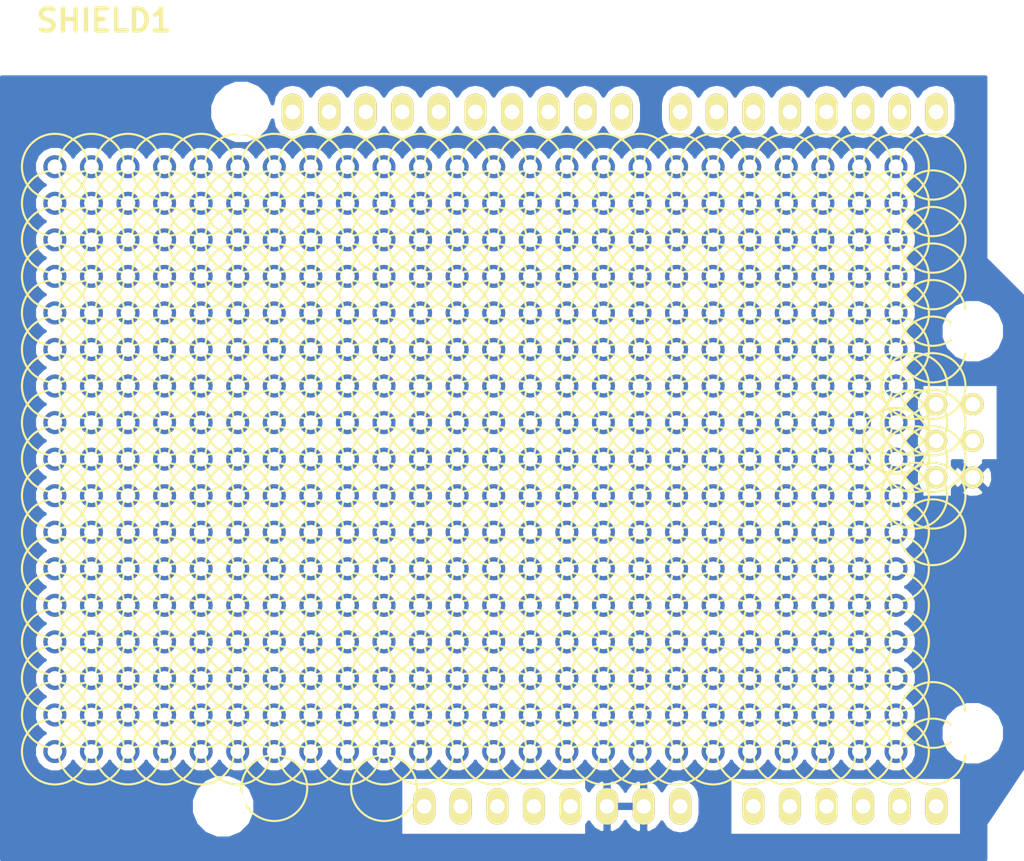
<source format=kicad_pcb>
(kicad_pcb (version 4) (host pcbnew 0.201506062246+5717~23~ubuntu15.04.1-product)
  (layers (0 F.Cu signal) (31 B.Cu signal) (34 B.Paste user) (35 F.Paste user) (36 B.SilkS user) (37 F.SilkS user) (38 B.Mask user) (39 F.Mask user) (44 Edge.Cuts user))
  (net 0 "")
  (net 1 "Net-(SHIELD1-PadAD5)")
  (net 2 "Net-(SHIELD1-PadAD4)")
  (net 3 "Net-(SHIELD1-PadAD3)")
  (net 4 "Net-(SHIELD1-PadAD0)")
  (net 5 "Net-(SHIELD1-PadAD1)")
  (net 6 "Net-(SHIELD1-PadAD2)")
  (net 7 "Net-(SHIELD1-PadV_IN)")
  (net 8 "Net-(SHIELD1-PadGND1)")
  (net 9 "Net-(SHIELD1-Pad3V3)")
  (net 10 "Net-(SHIELD1-PadRST)")
  (net 11 "Net-(SHIELD1-Pad0)")
  (net 12 "Net-(SHIELD1-Pad1)")
  (net 13 "Net-(SHIELD1-Pad2)")
  (net 14 "Net-(SHIELD1-Pad3)")
  (net 15 "Net-(SHIELD1-Pad4)")
  (net 16 "Net-(SHIELD1-Pad5)")
  (net 17 "Net-(SHIELD1-Pad6)")
  (net 18 "Net-(SHIELD1-Pad7)")
  (net 19 "Net-(SHIELD1-Pad8)")
  (net 20 "Net-(SHIELD1-Pad9)")
  (net 21 "Net-(SHIELD1-Pad10)")
  (net 22 "Net-(SHIELD1-Pad11)")
  (net 23 "Net-(SHIELD1-Pad12)")
  (net 24 "Net-(SHIELD1-Pad13)")
  (net 25 "Net-(SHIELD1-PadGND3)")
  (net 26 "Net-(SHIELD1-PadAREF)")
  (net 27 "Net-(SHIELD1-Pad5V)")
  (net 28 "Net-(SHIELD1-PadSDA)")
  (net 29 "Net-(SHIELD1-PadSCL)")
  (net 30 "Net-(SHIELD1-PadIO_R)")
  (net 31 "Net-(SHIELD1-PadNC)")
  (net 32 "Net-(SHIELD1-PadSP1)")
  (net 33 "Net-(SHIELD1-PadSP2)")
  (net 34 "Net-(SHIELD1-PadSP3)")
  (net 35 "Net-(SHIELD1-PadSP4)")
  (net 36 "Net-(SHIELD1-PadSP5)")
  (module Connect:1pin (layer F.Cu) (at 104.14 129.54)
    (fp_text reference 382 hide)
    (fp_text value "" hide)
  )
  (module Connect:1pin (layer F.Cu) (at 96.52 129.54)
    (fp_text reference 382 hide)
    (fp_text value "" hide)
  )
  (module Connect:1pin (layer F.Cu) (at 142.24 127)
    (fp_text reference 400 hide)
    (fp_text value "" hide)
  )
  (module Connect:1pin (layer F.Cu) (at 139.7 127)
    (fp_text reference 399 hide)
    (fp_text value "" hide)
    (pad 1 thru_hole circle (at 0 0) (size 1.6 1.6) (drill 1.016) (layers *.Cu))
  )
  (module Connect:1pin (layer F.Cu) (at 137.16 127)
    (fp_text reference 398 hide)
    (fp_text value "" hide)
    (pad 1 thru_hole circle (at 0 0) (size 1.6 1.6) (drill 1.016) (layers *.Cu))
  )
  (module Connect:1pin (layer F.Cu) (at 134.62 127)
    (fp_text reference 397 hide)
    (fp_text value "" hide)
    (pad 1 thru_hole circle (at 0 0) (size 1.6 1.6) (drill 1.016) (layers *.Cu))
  )
  (module Connect:1pin (layer F.Cu) (at 132.08 127)
    (fp_text reference 396 hide)
    (fp_text value "" hide)
    (pad 1 thru_hole circle (at 0 0) (size 1.6 1.6) (drill 1.016) (layers *.Cu))
  )
  (module Connect:1pin (layer F.Cu) (at 129.54 127)
    (fp_text reference 395 hide)
    (fp_text value "" hide)
    (pad 1 thru_hole circle (at 0 0) (size 1.6 1.6) (drill 1.016) (layers *.Cu))
  )
  (module Connect:1pin (layer F.Cu) (at 127 127)
    (fp_text reference 394 hide)
    (fp_text value "" hide)
    (pad 1 thru_hole circle (at 0 0) (size 1.6 1.6) (drill 1.016) (layers *.Cu))
  )
  (module Connect:1pin (layer F.Cu) (at 124.46 127)
    (fp_text reference 393 hide)
    (fp_text value "" hide)
    (pad 1 thru_hole circle (at 0 0) (size 1.6 1.6) (drill 1.016) (layers *.Cu))
  )
  (module Connect:1pin (layer F.Cu) (at 121.92 127)
    (fp_text reference 392 hide)
    (fp_text value "" hide)
    (pad 1 thru_hole circle (at 0 0) (size 1.6 1.6) (drill 1.016) (layers *.Cu))
  )
  (module Connect:1pin (layer F.Cu) (at 119.38 127)
    (fp_text reference 391 hide)
    (fp_text value "" hide)
    (pad 1 thru_hole circle (at 0 0) (size 1.6 1.6) (drill 1.016) (layers *.Cu))
  )
  (module Connect:1pin (layer F.Cu) (at 116.84 127)
    (fp_text reference 390 hide)
    (fp_text value "" hide)
    (pad 1 thru_hole circle (at 0 0) (size 1.6 1.6) (drill 1.016) (layers *.Cu))
  )
  (module Connect:1pin (layer F.Cu) (at 114.3 127)
    (fp_text reference 389 hide)
    (fp_text value "" hide)
    (pad 1 thru_hole circle (at 0 0) (size 1.6 1.6) (drill 1.016) (layers *.Cu))
  )
  (module Connect:1pin (layer F.Cu) (at 111.76 127)
    (fp_text reference 388 hide)
    (fp_text value "" hide)
    (pad 1 thru_hole circle (at 0 0) (size 1.6 1.6) (drill 1.016) (layers *.Cu))
  )
  (module Connect:1pin (layer F.Cu) (at 109.22 127)
    (fp_text reference 387 hide)
    (fp_text value "" hide)
    (pad 1 thru_hole circle (at 0 0) (size 1.6 1.6) (drill 1.016) (layers *.Cu))
  )
  (module Connect:1pin (layer F.Cu) (at 106.68 127)
    (fp_text reference 386 hide)
    (fp_text value "" hide)
    (pad 1 thru_hole circle (at 0 0) (size 1.6 1.6) (drill 1.016) (layers *.Cu))
  )
  (module Connect:1pin (layer F.Cu) (at 104.14 127)
    (fp_text reference 385 hide)
    (fp_text value "" hide)
    (pad 1 thru_hole circle (at 0 0) (size 1.6 1.6) (drill 1.016) (layers *.Cu))
  )
  (module Connect:1pin (layer F.Cu) (at 101.6 127)
    (fp_text reference 384 hide)
    (fp_text value "" hide)
    (pad 1 thru_hole circle (at 0 0) (size 1.6 1.6) (drill 1.016) (layers *.Cu))
  )
  (module Connect:1pin (layer F.Cu) (at 99.06 127)
    (fp_text reference 383 hide)
    (fp_text value "" hide)
    (pad 1 thru_hole circle (at 0 0) (size 1.6 1.6) (drill 1.016) (layers *.Cu))
  )
  (module Connect:1pin (layer F.Cu) (at 96.52 127)
    (fp_text reference 382 hide)
    (fp_text value "" hide)
    (pad 1 thru_hole circle (at 0 0) (size 1.6 1.6) (drill 1.016) (layers *.Cu))
  )
  (module Connect:1pin (layer F.Cu) (at 93.98 127)
    (fp_text reference 381 hide)
    (fp_text value "" hide)
    (pad 1 thru_hole circle (at 0 0) (size 1.6 1.6) (drill 1.016) (layers *.Cu))
  )
  (module Connect:1pin (layer F.Cu) (at 91.44 127)
    (fp_text reference 380 hide)
    (fp_text value "" hide)
    (pad 1 thru_hole circle (at 0 0) (size 1.6 1.6) (drill 1.016) (layers *.Cu))
  )
  (module Connect:1pin (layer F.Cu) (at 88.9 127)
    (fp_text reference 379 hide)
    (fp_text value "" hide)
    (pad 1 thru_hole circle (at 0 0) (size 1.6 1.6) (drill 1.016) (layers *.Cu))
  )
  (module Connect:1pin (layer F.Cu) (at 86.36 127)
    (fp_text reference 378 hide)
    (fp_text value "" hide)
    (pad 1 thru_hole circle (at 0 0) (size 1.6 1.6) (drill 1.016) (layers *.Cu))
  )
  (module Connect:1pin (layer F.Cu) (at 83.82 127)
    (fp_text reference 377 hide)
    (fp_text value "" hide)
    (pad 1 thru_hole circle (at 0 0) (size 1.6 1.6) (drill 1.016) (layers *.Cu))
  )
  (module Connect:1pin (layer F.Cu) (at 81.28 127)
    (fp_text reference 376 hide)
    (fp_text value "" hide)
    (pad 1 thru_hole circle (at 0 0) (size 1.6 1.6) (drill 1.016) (layers *.Cu))
  )
  (module Connect:1pin (layer F.Cu) (at 142.24 124.46)
    (fp_text reference 375 hide)
    (fp_text value "" hide)
  )
  (module Connect:1pin (layer F.Cu) (at 139.7 124.46)
    (fp_text reference 374 hide)
    (fp_text value "" hide)
    (pad 1 thru_hole circle (at 0 0) (size 1.6 1.6) (drill 1.016) (layers *.Cu))
  )
  (module Connect:1pin (layer F.Cu) (at 137.16 124.46)
    (fp_text reference 373 hide)
    (fp_text value "" hide)
    (pad 1 thru_hole circle (at 0 0) (size 1.6 1.6) (drill 1.016) (layers *.Cu))
  )
  (module Connect:1pin (layer F.Cu) (at 134.62 124.46)
    (fp_text reference 372 hide)
    (fp_text value "" hide)
    (pad 1 thru_hole circle (at 0 0) (size 1.6 1.6) (drill 1.016) (layers *.Cu))
  )
  (module Connect:1pin (layer F.Cu) (at 132.08 124.46)
    (fp_text reference 371 hide)
    (fp_text value "" hide)
    (pad 1 thru_hole circle (at 0 0) (size 1.6 1.6) (drill 1.016) (layers *.Cu))
  )
  (module Connect:1pin (layer F.Cu) (at 129.54 124.46)
    (fp_text reference 370 hide)
    (fp_text value "" hide)
    (pad 1 thru_hole circle (at 0 0) (size 1.6 1.6) (drill 1.016) (layers *.Cu))
  )
  (module Connect:1pin (layer F.Cu) (at 127 124.46)
    (fp_text reference 369 hide)
    (fp_text value "" hide)
    (pad 1 thru_hole circle (at 0 0) (size 1.6 1.6) (drill 1.016) (layers *.Cu))
  )
  (module Connect:1pin (layer F.Cu) (at 124.46 124.46)
    (fp_text reference 368 hide)
    (fp_text value "" hide)
    (pad 1 thru_hole circle (at 0 0) (size 1.6 1.6) (drill 1.016) (layers *.Cu))
  )
  (module Connect:1pin (layer F.Cu) (at 121.92 124.46)
    (fp_text reference 367 hide)
    (fp_text value "" hide)
    (pad 1 thru_hole circle (at 0 0) (size 1.6 1.6) (drill 1.016) (layers *.Cu))
  )
  (module Connect:1pin (layer F.Cu) (at 119.38 124.46)
    (fp_text reference 366 hide)
    (fp_text value "" hide)
    (pad 1 thru_hole circle (at 0 0) (size 1.6 1.6) (drill 1.016) (layers *.Cu))
  )
  (module Connect:1pin (layer F.Cu) (at 116.84 124.46)
    (fp_text reference 365 hide)
    (fp_text value "" hide)
    (pad 1 thru_hole circle (at 0 0) (size 1.6 1.6) (drill 1.016) (layers *.Cu))
  )
  (module Connect:1pin (layer F.Cu) (at 114.3 124.46)
    (fp_text reference 364 hide)
    (fp_text value "" hide)
    (pad 1 thru_hole circle (at 0 0) (size 1.6 1.6) (drill 1.016) (layers *.Cu))
  )
  (module Connect:1pin (layer F.Cu) (at 111.76 124.46)
    (fp_text reference 363 hide)
    (fp_text value "" hide)
    (pad 1 thru_hole circle (at 0 0) (size 1.6 1.6) (drill 1.016) (layers *.Cu))
  )
  (module Connect:1pin (layer F.Cu) (at 109.22 124.46)
    (fp_text reference 362 hide)
    (fp_text value "" hide)
    (pad 1 thru_hole circle (at 0 0) (size 1.6 1.6) (drill 1.016) (layers *.Cu))
  )
  (module Connect:1pin (layer F.Cu) (at 106.68 124.46)
    (fp_text reference 361 hide)
    (fp_text value "" hide)
    (pad 1 thru_hole circle (at 0 0) (size 1.6 1.6) (drill 1.016) (layers *.Cu))
  )
  (module Connect:1pin (layer F.Cu) (at 104.14 124.46)
    (fp_text reference 360 hide)
    (fp_text value "" hide)
    (pad 1 thru_hole circle (at 0 0) (size 1.6 1.6) (drill 1.016) (layers *.Cu))
  )
  (module Connect:1pin (layer F.Cu) (at 101.6 124.46)
    (fp_text reference 359 hide)
    (fp_text value "" hide)
    (pad 1 thru_hole circle (at 0 0) (size 1.6 1.6) (drill 1.016) (layers *.Cu))
  )
  (module Connect:1pin (layer F.Cu) (at 99.06 124.46)
    (fp_text reference 358 hide)
    (fp_text value "" hide)
    (pad 1 thru_hole circle (at 0 0) (size 1.6 1.6) (drill 1.016) (layers *.Cu))
  )
  (module Connect:1pin (layer F.Cu) (at 96.52 124.46)
    (fp_text reference 357 hide)
    (fp_text value "" hide)
    (pad 1 thru_hole circle (at 0 0) (size 1.6 1.6) (drill 1.016) (layers *.Cu))
  )
  (module Connect:1pin (layer F.Cu) (at 93.98 124.46)
    (fp_text reference 356 hide)
    (fp_text value "" hide)
    (pad 1 thru_hole circle (at 0 0) (size 1.6 1.6) (drill 1.016) (layers *.Cu))
  )
  (module Connect:1pin (layer F.Cu) (at 91.44 124.46)
    (fp_text reference 355 hide)
    (fp_text value "" hide)
    (pad 1 thru_hole circle (at 0 0) (size 1.6 1.6) (drill 1.016) (layers *.Cu))
  )
  (module Connect:1pin (layer F.Cu) (at 88.9 124.46)
    (fp_text reference 354 hide)
    (fp_text value "" hide)
    (pad 1 thru_hole circle (at 0 0) (size 1.6 1.6) (drill 1.016) (layers *.Cu))
  )
  (module Connect:1pin (layer F.Cu) (at 86.36 124.46)
    (fp_text reference 353 hide)
    (fp_text value "" hide)
    (pad 1 thru_hole circle (at 0 0) (size 1.6 1.6) (drill 1.016) (layers *.Cu))
  )
  (module Connect:1pin (layer F.Cu) (at 83.82 124.46)
    (fp_text reference 352 hide)
    (fp_text value "" hide)
    (pad 1 thru_hole circle (at 0 0) (size 1.6 1.6) (drill 1.016) (layers *.Cu))
  )
  (module Connect:1pin (layer F.Cu) (at 81.28 124.46)
    (fp_text reference 351 hide)
    (fp_text value "" hide)
    (pad 1 thru_hole circle (at 0 0) (size 1.6 1.6) (drill 1.016) (layers *.Cu))
  )
  (module Connect:1pin (layer F.Cu) (at 139.7 121.92)
    (fp_text reference 349 hide)
    (fp_text value "" hide)
    (pad 1 thru_hole circle (at 0 0) (size 1.6 1.6) (drill 1.016) (layers *.Cu))
  )
  (module Connect:1pin (layer F.Cu) (at 137.16 121.92)
    (fp_text reference 348 hide)
    (fp_text value "" hide)
    (pad 1 thru_hole circle (at 0 0) (size 1.6 1.6) (drill 1.016) (layers *.Cu))
  )
  (module Connect:1pin (layer F.Cu) (at 134.62 121.92)
    (fp_text reference 347 hide)
    (fp_text value "" hide)
    (pad 1 thru_hole circle (at 0 0) (size 1.6 1.6) (drill 1.016) (layers *.Cu))
  )
  (module Connect:1pin (layer F.Cu) (at 132.08 121.92)
    (fp_text reference 346 hide)
    (fp_text value "" hide)
    (pad 1 thru_hole circle (at 0 0) (size 1.6 1.6) (drill 1.016) (layers *.Cu))
  )
  (module Connect:1pin (layer F.Cu) (at 129.54 121.92)
    (fp_text reference 345 hide)
    (fp_text value "" hide)
    (pad 1 thru_hole circle (at 0 0) (size 1.6 1.6) (drill 1.016) (layers *.Cu))
  )
  (module Connect:1pin (layer F.Cu) (at 127 121.92)
    (fp_text reference 344 hide)
    (fp_text value "" hide)
    (pad 1 thru_hole circle (at 0 0) (size 1.6 1.6) (drill 1.016) (layers *.Cu))
  )
  (module Connect:1pin (layer F.Cu) (at 124.46 121.92)
    (fp_text reference 343 hide)
    (fp_text value "" hide)
    (pad 1 thru_hole circle (at 0 0) (size 1.6 1.6) (drill 1.016) (layers *.Cu))
  )
  (module Connect:1pin (layer F.Cu) (at 121.92 121.92)
    (fp_text reference 342 hide)
    (fp_text value "" hide)
    (pad 1 thru_hole circle (at 0 0) (size 1.6 1.6) (drill 1.016) (layers *.Cu))
  )
  (module Connect:1pin (layer F.Cu) (at 119.38 121.92)
    (fp_text reference 341 hide)
    (fp_text value "" hide)
    (pad 1 thru_hole circle (at 0 0) (size 1.6 1.6) (drill 1.016) (layers *.Cu))
  )
  (module Connect:1pin (layer F.Cu) (at 116.84 121.92)
    (fp_text reference 340 hide)
    (fp_text value "" hide)
    (pad 1 thru_hole circle (at 0 0) (size 1.6 1.6) (drill 1.016) (layers *.Cu))
  )
  (module Connect:1pin (layer F.Cu) (at 114.3 121.92)
    (fp_text reference 339 hide)
    (fp_text value "" hide)
    (pad 1 thru_hole circle (at 0 0) (size 1.6 1.6) (drill 1.016) (layers *.Cu))
  )
  (module Connect:1pin (layer F.Cu) (at 111.76 121.92)
    (fp_text reference 338 hide)
    (fp_text value "" hide)
    (pad 1 thru_hole circle (at 0 0) (size 1.6 1.6) (drill 1.016) (layers *.Cu))
  )
  (module Connect:1pin (layer F.Cu) (at 109.22 121.92)
    (fp_text reference 337 hide)
    (fp_text value "" hide)
    (pad 1 thru_hole circle (at 0 0) (size 1.6 1.6) (drill 1.016) (layers *.Cu))
  )
  (module Connect:1pin (layer F.Cu) (at 106.68 121.92)
    (fp_text reference 336 hide)
    (fp_text value "" hide)
    (pad 1 thru_hole circle (at 0 0) (size 1.6 1.6) (drill 1.016) (layers *.Cu))
  )
  (module Connect:1pin (layer F.Cu) (at 104.14 121.92)
    (fp_text reference 335 hide)
    (fp_text value "" hide)
    (pad 1 thru_hole circle (at 0 0) (size 1.6 1.6) (drill 1.016) (layers *.Cu))
  )
  (module Connect:1pin (layer F.Cu) (at 101.6 121.92)
    (fp_text reference 334 hide)
    (fp_text value "" hide)
    (pad 1 thru_hole circle (at 0 0) (size 1.6 1.6) (drill 1.016) (layers *.Cu))
  )
  (module Connect:1pin (layer F.Cu) (at 99.06 121.92)
    (fp_text reference 333 hide)
    (fp_text value "" hide)
    (pad 1 thru_hole circle (at 0 0) (size 1.6 1.6) (drill 1.016) (layers *.Cu))
  )
  (module Connect:1pin (layer F.Cu) (at 96.52 121.92)
    (fp_text reference 332 hide)
    (fp_text value "" hide)
    (pad 1 thru_hole circle (at 0 0) (size 1.6 1.6) (drill 1.016) (layers *.Cu))
  )
  (module Connect:1pin (layer F.Cu) (at 93.98 121.92)
    (fp_text reference 331 hide)
    (fp_text value "" hide)
    (pad 1 thru_hole circle (at 0 0) (size 1.6 1.6) (drill 1.016) (layers *.Cu))
  )
  (module Connect:1pin (layer F.Cu) (at 91.44 121.92)
    (fp_text reference 330 hide)
    (fp_text value "" hide)
    (pad 1 thru_hole circle (at 0 0) (size 1.6 1.6) (drill 1.016) (layers *.Cu))
  )
  (module Connect:1pin (layer F.Cu) (at 88.9 121.92)
    (fp_text reference 329 hide)
    (fp_text value "" hide)
    (pad 1 thru_hole circle (at 0 0) (size 1.6 1.6) (drill 1.016) (layers *.Cu))
  )
  (module Connect:1pin (layer F.Cu) (at 86.36 121.92)
    (fp_text reference 328 hide)
    (fp_text value "" hide)
    (pad 1 thru_hole circle (at 0 0) (size 1.6 1.6) (drill 1.016) (layers *.Cu))
  )
  (module Connect:1pin (layer F.Cu) (at 83.82 121.92)
    (fp_text reference 327 hide)
    (fp_text value "" hide)
    (pad 1 thru_hole circle (at 0 0) (size 1.6 1.6) (drill 1.016) (layers *.Cu))
  )
  (module Connect:1pin (layer F.Cu) (at 81.28 121.92)
    (fp_text reference 326 hide)
    (fp_text value "" hide)
    (pad 1 thru_hole circle (at 0 0) (size 1.6 1.6) (drill 1.016) (layers *.Cu))
  )
  (module Connect:1pin (layer F.Cu) (at 139.7 119.38)
    (fp_text reference 324 hide)
    (fp_text value "" hide)
    (pad 1 thru_hole circle (at 0 0) (size 1.6 1.6) (drill 1.016) (layers *.Cu))
  )
  (module Connect:1pin (layer F.Cu) (at 137.16 119.38)
    (fp_text reference 323 hide)
    (fp_text value "" hide)
    (pad 1 thru_hole circle (at 0 0) (size 1.6 1.6) (drill 1.016) (layers *.Cu))
  )
  (module Connect:1pin (layer F.Cu) (at 134.62 119.38)
    (fp_text reference 322 hide)
    (fp_text value "" hide)
    (pad 1 thru_hole circle (at 0 0) (size 1.6 1.6) (drill 1.016) (layers *.Cu))
  )
  (module Connect:1pin (layer F.Cu) (at 132.08 119.38)
    (fp_text reference 321 hide)
    (fp_text value "" hide)
    (pad 1 thru_hole circle (at 0 0) (size 1.6 1.6) (drill 1.016) (layers *.Cu))
  )
  (module Connect:1pin (layer F.Cu) (at 129.54 119.38)
    (fp_text reference 320 hide)
    (fp_text value "" hide)
    (pad 1 thru_hole circle (at 0 0) (size 1.6 1.6) (drill 1.016) (layers *.Cu))
  )
  (module Connect:1pin (layer F.Cu) (at 127 119.38)
    (fp_text reference 319 hide)
    (fp_text value "" hide)
    (pad 1 thru_hole circle (at 0 0) (size 1.6 1.6) (drill 1.016) (layers *.Cu))
  )
  (module Connect:1pin (layer F.Cu) (at 124.46 119.38)
    (fp_text reference 318 hide)
    (fp_text value "" hide)
    (pad 1 thru_hole circle (at 0 0) (size 1.6 1.6) (drill 1.016) (layers *.Cu))
  )
  (module Connect:1pin (layer F.Cu) (at 121.92 119.38)
    (fp_text reference 317 hide)
    (fp_text value "" hide)
    (pad 1 thru_hole circle (at 0 0) (size 1.6 1.6) (drill 1.016) (layers *.Cu))
  )
  (module Connect:1pin (layer F.Cu) (at 119.38 119.38)
    (fp_text reference 316 hide)
    (fp_text value "" hide)
    (pad 1 thru_hole circle (at 0 0) (size 1.6 1.6) (drill 1.016) (layers *.Cu))
  )
  (module Connect:1pin (layer F.Cu) (at 116.84 119.38)
    (fp_text reference 315 hide)
    (fp_text value "" hide)
    (pad 1 thru_hole circle (at 0 0) (size 1.6 1.6) (drill 1.016) (layers *.Cu))
  )
  (module Connect:1pin (layer F.Cu) (at 114.3 119.38)
    (fp_text reference 314 hide)
    (fp_text value "" hide)
    (pad 1 thru_hole circle (at 0 0) (size 1.6 1.6) (drill 1.016) (layers *.Cu))
  )
  (module Connect:1pin (layer F.Cu) (at 111.76 119.38)
    (fp_text reference 313 hide)
    (fp_text value "" hide)
    (pad 1 thru_hole circle (at 0 0) (size 1.6 1.6) (drill 1.016) (layers *.Cu))
  )
  (module Connect:1pin (layer F.Cu) (at 109.22 119.38)
    (fp_text reference 312 hide)
    (fp_text value "" hide)
    (pad 1 thru_hole circle (at 0 0) (size 1.6 1.6) (drill 1.016) (layers *.Cu))
  )
  (module Connect:1pin (layer F.Cu) (at 106.68 119.38)
    (fp_text reference 311 hide)
    (fp_text value "" hide)
    (pad 1 thru_hole circle (at 0 0) (size 1.6 1.6) (drill 1.016) (layers *.Cu))
  )
  (module Connect:1pin (layer F.Cu) (at 104.14 119.38)
    (fp_text reference 310 hide)
    (fp_text value "" hide)
    (pad 1 thru_hole circle (at 0 0) (size 1.6 1.6) (drill 1.016) (layers *.Cu))
  )
  (module Connect:1pin (layer F.Cu) (at 101.6 119.38)
    (fp_text reference 309 hide)
    (fp_text value "" hide)
    (pad 1 thru_hole circle (at 0 0) (size 1.6 1.6) (drill 1.016) (layers *.Cu))
  )
  (module Connect:1pin (layer F.Cu) (at 99.06 119.38)
    (fp_text reference 308 hide)
    (fp_text value "" hide)
    (pad 1 thru_hole circle (at 0 0) (size 1.6 1.6) (drill 1.016) (layers *.Cu))
  )
  (module Connect:1pin (layer F.Cu) (at 96.52 119.38)
    (fp_text reference 307 hide)
    (fp_text value "" hide)
    (pad 1 thru_hole circle (at 0 0) (size 1.6 1.6) (drill 1.016) (layers *.Cu))
  )
  (module Connect:1pin (layer F.Cu) (at 93.98 119.38)
    (fp_text reference 306 hide)
    (fp_text value "" hide)
    (pad 1 thru_hole circle (at 0 0) (size 1.6 1.6) (drill 1.016) (layers *.Cu))
  )
  (module Connect:1pin (layer F.Cu) (at 91.44 119.38)
    (fp_text reference 305 hide)
    (fp_text value "" hide)
    (pad 1 thru_hole circle (at 0 0) (size 1.6 1.6) (drill 1.016) (layers *.Cu))
  )
  (module Connect:1pin (layer F.Cu) (at 88.9 119.38)
    (fp_text reference 304 hide)
    (fp_text value "" hide)
    (pad 1 thru_hole circle (at 0 0) (size 1.6 1.6) (drill 1.016) (layers *.Cu))
  )
  (module Connect:1pin (layer F.Cu) (at 86.36 119.38)
    (fp_text reference 303 hide)
    (fp_text value "" hide)
    (pad 1 thru_hole circle (at 0 0) (size 1.6 1.6) (drill 1.016) (layers *.Cu))
  )
  (module Connect:1pin (layer F.Cu) (at 83.82 119.38)
    (fp_text reference 302 hide)
    (fp_text value "" hide)
    (pad 1 thru_hole circle (at 0 0) (size 1.6 1.6) (drill 1.016) (layers *.Cu))
  )
  (module Connect:1pin (layer F.Cu) (at 81.28 119.38)
    (fp_text reference 301 hide)
    (fp_text value "" hide)
    (pad 1 thru_hole circle (at 0 0) (size 1.6 1.6) (drill 1.016) (layers *.Cu))
  )
  (module Connect:1pin (layer F.Cu) (at 139.7 116.84)
    (fp_text reference 299 hide)
    (fp_text value "" hide)
    (pad 1 thru_hole circle (at 0 0) (size 1.6 1.6) (drill 1.016) (layers *.Cu))
  )
  (module Connect:1pin (layer F.Cu) (at 137.16 116.84)
    (fp_text reference 298 hide)
    (fp_text value "" hide)
    (pad 1 thru_hole circle (at 0 0) (size 1.6 1.6) (drill 1.016) (layers *.Cu))
  )
  (module Connect:1pin (layer F.Cu) (at 134.62 116.84)
    (fp_text reference 297 hide)
    (fp_text value "" hide)
    (pad 1 thru_hole circle (at 0 0) (size 1.6 1.6) (drill 1.016) (layers *.Cu))
  )
  (module Connect:1pin (layer F.Cu) (at 132.08 116.84)
    (fp_text reference 296 hide)
    (fp_text value "" hide)
    (pad 1 thru_hole circle (at 0 0) (size 1.6 1.6) (drill 1.016) (layers *.Cu))
  )
  (module Connect:1pin (layer F.Cu) (at 129.54 116.84)
    (fp_text reference 295 hide)
    (fp_text value "" hide)
    (pad 1 thru_hole circle (at 0 0) (size 1.6 1.6) (drill 1.016) (layers *.Cu))
  )
  (module Connect:1pin (layer F.Cu) (at 127 116.84)
    (fp_text reference 294 hide)
    (fp_text value "" hide)
    (pad 1 thru_hole circle (at 0 0) (size 1.6 1.6) (drill 1.016) (layers *.Cu))
  )
  (module Connect:1pin (layer F.Cu) (at 124.46 116.84)
    (fp_text reference 293 hide)
    (fp_text value "" hide)
    (pad 1 thru_hole circle (at 0 0) (size 1.6 1.6) (drill 1.016) (layers *.Cu))
  )
  (module Connect:1pin (layer F.Cu) (at 121.92 116.84)
    (fp_text reference 292 hide)
    (fp_text value "" hide)
    (pad 1 thru_hole circle (at 0 0) (size 1.6 1.6) (drill 1.016) (layers *.Cu))
  )
  (module Connect:1pin (layer F.Cu) (at 119.38 116.84)
    (fp_text reference 291 hide)
    (fp_text value "" hide)
    (pad 1 thru_hole circle (at 0 0) (size 1.6 1.6) (drill 1.016) (layers *.Cu))
  )
  (module Connect:1pin (layer F.Cu) (at 116.84 116.84)
    (fp_text reference 290 hide)
    (fp_text value "" hide)
    (pad 1 thru_hole circle (at 0 0) (size 1.6 1.6) (drill 1.016) (layers *.Cu))
  )
  (module Connect:1pin (layer F.Cu) (at 114.3 116.84)
    (fp_text reference 289 hide)
    (fp_text value "" hide)
    (pad 1 thru_hole circle (at 0 0) (size 1.6 1.6) (drill 1.016) (layers *.Cu))
  )
  (module Connect:1pin (layer F.Cu) (at 111.76 116.84)
    (fp_text reference 288 hide)
    (fp_text value "" hide)
    (pad 1 thru_hole circle (at 0 0) (size 1.6 1.6) (drill 1.016) (layers *.Cu))
  )
  (module Connect:1pin (layer F.Cu) (at 109.22 116.84)
    (fp_text reference 287 hide)
    (fp_text value "" hide)
    (pad 1 thru_hole circle (at 0 0) (size 1.6 1.6) (drill 1.016) (layers *.Cu))
  )
  (module Connect:1pin (layer F.Cu) (at 106.68 116.84)
    (fp_text reference 286 hide)
    (fp_text value "" hide)
    (pad 1 thru_hole circle (at 0 0) (size 1.6 1.6) (drill 1.016) (layers *.Cu))
  )
  (module Connect:1pin (layer F.Cu) (at 104.14 116.84)
    (fp_text reference 285 hide)
    (fp_text value "" hide)
    (pad 1 thru_hole circle (at 0 0) (size 1.6 1.6) (drill 1.016) (layers *.Cu))
  )
  (module Connect:1pin (layer F.Cu) (at 101.6 116.84)
    (fp_text reference 284 hide)
    (fp_text value "" hide)
    (pad 1 thru_hole circle (at 0 0) (size 1.6 1.6) (drill 1.016) (layers *.Cu))
  )
  (module Connect:1pin (layer F.Cu) (at 99.06 116.84)
    (fp_text reference 283 hide)
    (fp_text value "" hide)
    (pad 1 thru_hole circle (at 0 0) (size 1.6 1.6) (drill 1.016) (layers *.Cu))
  )
  (module Connect:1pin (layer F.Cu) (at 96.52 116.84)
    (fp_text reference 282 hide)
    (fp_text value "" hide)
    (pad 1 thru_hole circle (at 0 0) (size 1.6 1.6) (drill 1.016) (layers *.Cu))
  )
  (module Connect:1pin (layer F.Cu) (at 93.98 116.84)
    (fp_text reference 281 hide)
    (fp_text value "" hide)
    (pad 1 thru_hole circle (at 0 0) (size 1.6 1.6) (drill 1.016) (layers *.Cu))
  )
  (module Connect:1pin (layer F.Cu) (at 91.44 116.84)
    (fp_text reference 280 hide)
    (fp_text value "" hide)
    (pad 1 thru_hole circle (at 0 0) (size 1.6 1.6) (drill 1.016) (layers *.Cu))
  )
  (module Connect:1pin (layer F.Cu) (at 88.9 116.84)
    (fp_text reference 279 hide)
    (fp_text value "" hide)
    (pad 1 thru_hole circle (at 0 0) (size 1.6 1.6) (drill 1.016) (layers *.Cu))
  )
  (module Connect:1pin (layer F.Cu) (at 86.36 116.84)
    (fp_text reference 278 hide)
    (fp_text value "" hide)
    (pad 1 thru_hole circle (at 0 0) (size 1.6 1.6) (drill 1.016) (layers *.Cu))
  )
  (module Connect:1pin (layer F.Cu) (at 83.82 116.84)
    (fp_text reference 277 hide)
    (fp_text value "" hide)
    (pad 1 thru_hole circle (at 0 0) (size 1.6 1.6) (drill 1.016) (layers *.Cu))
  )
  (module Connect:1pin (layer F.Cu) (at 81.28 116.84)
    (fp_text reference 276 hide)
    (fp_text value "" hide)
    (pad 1 thru_hole circle (at 0 0) (size 1.6 1.6) (drill 1.016) (layers *.Cu))
  )
  (module Connect:1pin (layer F.Cu) (at 139.7 114.3)
    (fp_text reference 274 hide)
    (fp_text value "" hide)
    (pad 1 thru_hole circle (at 0 0) (size 1.6 1.6) (drill 1.016) (layers *.Cu))
  )
  (module Connect:1pin (layer F.Cu) (at 137.16 114.3)
    (fp_text reference 273 hide)
    (fp_text value "" hide)
    (pad 1 thru_hole circle (at 0 0) (size 1.6 1.6) (drill 1.016) (layers *.Cu))
  )
  (module Connect:1pin (layer F.Cu) (at 134.62 114.3)
    (fp_text reference 272 hide)
    (fp_text value "" hide)
    (pad 1 thru_hole circle (at 0 0) (size 1.6 1.6) (drill 1.016) (layers *.Cu))
  )
  (module Connect:1pin (layer F.Cu) (at 132.08 114.3)
    (fp_text reference 271 hide)
    (fp_text value "" hide)
    (pad 1 thru_hole circle (at 0 0) (size 1.6 1.6) (drill 1.016) (layers *.Cu))
  )
  (module Connect:1pin (layer F.Cu) (at 129.54 114.3)
    (fp_text reference 270 hide)
    (fp_text value "" hide)
    (pad 1 thru_hole circle (at 0 0) (size 1.6 1.6) (drill 1.016) (layers *.Cu))
  )
  (module Connect:1pin (layer F.Cu) (at 127 114.3)
    (fp_text reference 269 hide)
    (fp_text value "" hide)
    (pad 1 thru_hole circle (at 0 0) (size 1.6 1.6) (drill 1.016) (layers *.Cu))
  )
  (module Connect:1pin (layer F.Cu) (at 124.46 114.3)
    (fp_text reference 268 hide)
    (fp_text value "" hide)
    (pad 1 thru_hole circle (at 0 0) (size 1.6 1.6) (drill 1.016) (layers *.Cu))
  )
  (module Connect:1pin (layer F.Cu) (at 121.92 114.3)
    (fp_text reference 267 hide)
    (fp_text value "" hide)
    (pad 1 thru_hole circle (at 0 0) (size 1.6 1.6) (drill 1.016) (layers *.Cu))
  )
  (module Connect:1pin (layer F.Cu) (at 119.38 114.3)
    (fp_text reference 266 hide)
    (fp_text value "" hide)
    (pad 1 thru_hole circle (at 0 0) (size 1.6 1.6) (drill 1.016) (layers *.Cu))
  )
  (module Connect:1pin (layer F.Cu) (at 116.84 114.3)
    (fp_text reference 265 hide)
    (fp_text value "" hide)
    (pad 1 thru_hole circle (at 0 0) (size 1.6 1.6) (drill 1.016) (layers *.Cu))
  )
  (module Connect:1pin (layer F.Cu) (at 114.3 114.3)
    (fp_text reference 264 hide)
    (fp_text value "" hide)
    (pad 1 thru_hole circle (at 0 0) (size 1.6 1.6) (drill 1.016) (layers *.Cu))
  )
  (module Connect:1pin (layer F.Cu) (at 111.76 114.3)
    (fp_text reference 263 hide)
    (fp_text value "" hide)
    (pad 1 thru_hole circle (at 0 0) (size 1.6 1.6) (drill 1.016) (layers *.Cu))
  )
  (module Connect:1pin (layer F.Cu) (at 109.22 114.3)
    (fp_text reference 262 hide)
    (fp_text value "" hide)
    (pad 1 thru_hole circle (at 0 0) (size 1.6 1.6) (drill 1.016) (layers *.Cu))
  )
  (module Connect:1pin (layer F.Cu) (at 106.68 114.3)
    (fp_text reference 261 hide)
    (fp_text value "" hide)
    (pad 1 thru_hole circle (at 0 0) (size 1.6 1.6) (drill 1.016) (layers *.Cu))
  )
  (module Connect:1pin (layer F.Cu) (at 104.14 114.3)
    (fp_text reference 260 hide)
    (fp_text value "" hide)
    (pad 1 thru_hole circle (at 0 0) (size 1.6 1.6) (drill 1.016) (layers *.Cu))
  )
  (module Connect:1pin (layer F.Cu) (at 101.6 114.3)
    (fp_text reference 259 hide)
    (fp_text value "" hide)
    (pad 1 thru_hole circle (at 0 0) (size 1.6 1.6) (drill 1.016) (layers *.Cu))
  )
  (module Connect:1pin (layer F.Cu) (at 99.06 114.3)
    (fp_text reference 258 hide)
    (fp_text value "" hide)
    (pad 1 thru_hole circle (at 0 0) (size 1.6 1.6) (drill 1.016) (layers *.Cu))
  )
  (module Connect:1pin (layer F.Cu) (at 96.52 114.3)
    (fp_text reference 257 hide)
    (fp_text value "" hide)
    (pad 1 thru_hole circle (at 0 0) (size 1.6 1.6) (drill 1.016) (layers *.Cu))
  )
  (module Connect:1pin (layer F.Cu) (at 93.98 114.3)
    (fp_text reference 256 hide)
    (fp_text value "" hide)
    (pad 1 thru_hole circle (at 0 0) (size 1.6 1.6) (drill 1.016) (layers *.Cu))
  )
  (module Connect:1pin (layer F.Cu) (at 91.44 114.3)
    (fp_text reference 255 hide)
    (fp_text value "" hide)
    (pad 1 thru_hole circle (at 0 0) (size 1.6 1.6) (drill 1.016) (layers *.Cu))
  )
  (module Connect:1pin (layer F.Cu) (at 88.9 114.3)
    (fp_text reference 254 hide)
    (fp_text value "" hide)
    (pad 1 thru_hole circle (at 0 0) (size 1.6 1.6) (drill 1.016) (layers *.Cu))
  )
  (module Connect:1pin (layer F.Cu) (at 86.36 114.3)
    (fp_text reference 253 hide)
    (fp_text value "" hide)
    (pad 1 thru_hole circle (at 0 0) (size 1.6 1.6) (drill 1.016) (layers *.Cu))
  )
  (module Connect:1pin (layer F.Cu) (at 83.82 114.3)
    (fp_text reference 252 hide)
    (fp_text value "" hide)
    (pad 1 thru_hole circle (at 0 0) (size 1.6 1.6) (drill 1.016) (layers *.Cu))
  )
  (module Connect:1pin (layer F.Cu) (at 81.28 114.3)
    (fp_text reference 251 hide)
    (fp_text value "" hide)
    (pad 1 thru_hole circle (at 0 0) (size 1.6 1.6) (drill 1.016) (layers *.Cu))
  )
  (module Connect:1pin (layer F.Cu) (at 142.24 111.76)
    (fp_text reference 250 hide)
    (fp_text value "" hide)
  )
  (module Connect:1pin (layer F.Cu) (at 139.7 111.76)
    (fp_text reference 249 hide)
    (fp_text value "" hide)
    (pad 1 thru_hole circle (at 0 0) (size 1.6 1.6) (drill 1.016) (layers *.Cu))
  )
  (module Connect:1pin (layer F.Cu) (at 137.16 111.76)
    (fp_text reference 248 hide)
    (fp_text value "" hide)
    (pad 1 thru_hole circle (at 0 0) (size 1.6 1.6) (drill 1.016) (layers *.Cu))
  )
  (module Connect:1pin (layer F.Cu) (at 134.62 111.76)
    (fp_text reference 247 hide)
    (fp_text value "" hide)
    (pad 1 thru_hole circle (at 0 0) (size 1.6 1.6) (drill 1.016) (layers *.Cu))
  )
  (module Connect:1pin (layer F.Cu) (at 132.08 111.76)
    (fp_text reference 246 hide)
    (fp_text value "" hide)
    (pad 1 thru_hole circle (at 0 0) (size 1.6 1.6) (drill 1.016) (layers *.Cu))
  )
  (module Connect:1pin (layer F.Cu) (at 129.54 111.76)
    (fp_text reference 245 hide)
    (fp_text value "" hide)
    (pad 1 thru_hole circle (at 0 0) (size 1.6 1.6) (drill 1.016) (layers *.Cu))
  )
  (module Connect:1pin (layer F.Cu) (at 127 111.76)
    (fp_text reference 244 hide)
    (fp_text value "" hide)
    (pad 1 thru_hole circle (at 0 0) (size 1.6 1.6) (drill 1.016) (layers *.Cu))
  )
  (module Connect:1pin (layer F.Cu) (at 124.46 111.76)
    (fp_text reference 243 hide)
    (fp_text value "" hide)
    (pad 1 thru_hole circle (at 0 0) (size 1.6 1.6) (drill 1.016) (layers *.Cu))
  )
  (module Connect:1pin (layer F.Cu) (at 121.92 111.76)
    (fp_text reference 242 hide)
    (fp_text value "" hide)
    (pad 1 thru_hole circle (at 0 0) (size 1.6 1.6) (drill 1.016) (layers *.Cu))
  )
  (module Connect:1pin (layer F.Cu) (at 119.38 111.76)
    (fp_text reference 241 hide)
    (fp_text value "" hide)
    (pad 1 thru_hole circle (at 0 0) (size 1.6 1.6) (drill 1.016) (layers *.Cu))
  )
  (module Connect:1pin (layer F.Cu) (at 116.84 111.76)
    (fp_text reference 240 hide)
    (fp_text value "" hide)
    (pad 1 thru_hole circle (at 0 0) (size 1.6 1.6) (drill 1.016) (layers *.Cu))
  )
  (module Connect:1pin (layer F.Cu) (at 114.3 111.76)
    (fp_text reference 239 hide)
    (fp_text value "" hide)
    (pad 1 thru_hole circle (at 0 0) (size 1.6 1.6) (drill 1.016) (layers *.Cu))
  )
  (module Connect:1pin (layer F.Cu) (at 111.76 111.76)
    (fp_text reference 238 hide)
    (fp_text value "" hide)
    (pad 1 thru_hole circle (at 0 0) (size 1.6 1.6) (drill 1.016) (layers *.Cu))
  )
  (module Connect:1pin (layer F.Cu) (at 109.22 111.76)
    (fp_text reference 237 hide)
    (fp_text value "" hide)
    (pad 1 thru_hole circle (at 0 0) (size 1.6 1.6) (drill 1.016) (layers *.Cu))
  )
  (module Connect:1pin (layer F.Cu) (at 106.68 111.76)
    (fp_text reference 236 hide)
    (fp_text value "" hide)
    (pad 1 thru_hole circle (at 0 0) (size 1.6 1.6) (drill 1.016) (layers *.Cu))
  )
  (module Connect:1pin (layer F.Cu) (at 104.14 111.76)
    (fp_text reference 235 hide)
    (fp_text value "" hide)
    (pad 1 thru_hole circle (at 0 0) (size 1.6 1.6) (drill 1.016) (layers *.Cu))
  )
  (module Connect:1pin (layer F.Cu) (at 101.6 111.76)
    (fp_text reference 234 hide)
    (fp_text value "" hide)
    (pad 1 thru_hole circle (at 0 0) (size 1.6 1.6) (drill 1.016) (layers *.Cu))
  )
  (module Connect:1pin (layer F.Cu) (at 99.06 111.76)
    (fp_text reference 233 hide)
    (fp_text value "" hide)
    (pad 1 thru_hole circle (at 0 0) (size 1.6 1.6) (drill 1.016) (layers *.Cu))
  )
  (module Connect:1pin (layer F.Cu) (at 96.52 111.76)
    (fp_text reference 232 hide)
    (fp_text value "" hide)
    (pad 1 thru_hole circle (at 0 0) (size 1.6 1.6) (drill 1.016) (layers *.Cu))
  )
  (module Connect:1pin (layer F.Cu) (at 93.98 111.76)
    (fp_text reference 231 hide)
    (fp_text value "" hide)
    (pad 1 thru_hole circle (at 0 0) (size 1.6 1.6) (drill 1.016) (layers *.Cu))
  )
  (module Connect:1pin (layer F.Cu) (at 91.44 111.76)
    (fp_text reference 230 hide)
    (fp_text value "" hide)
    (pad 1 thru_hole circle (at 0 0) (size 1.6 1.6) (drill 1.016) (layers *.Cu))
  )
  (module Connect:1pin (layer F.Cu) (at 88.9 111.76)
    (fp_text reference 229 hide)
    (fp_text value "" hide)
    (pad 1 thru_hole circle (at 0 0) (size 1.6 1.6) (drill 1.016) (layers *.Cu))
  )
  (module Connect:1pin (layer F.Cu) (at 86.36 111.76)
    (fp_text reference 228 hide)
    (fp_text value "" hide)
    (pad 1 thru_hole circle (at 0 0) (size 1.6 1.6) (drill 1.016) (layers *.Cu))
  )
  (module Connect:1pin (layer F.Cu) (at 83.82 111.76)
    (fp_text reference 227 hide)
    (fp_text value "" hide)
    (pad 1 thru_hole circle (at 0 0) (size 1.6 1.6) (drill 1.016) (layers *.Cu))
  )
  (module Connect:1pin (layer F.Cu) (at 81.28 111.76)
    (fp_text reference 226 hide)
    (fp_text value "" hide)
    (pad 1 thru_hole circle (at 0 0) (size 1.6 1.6) (drill 1.016) (layers *.Cu))
  )
  (module Connect:1pin (layer F.Cu) (at 142.24 109.22)
    (fp_text reference 225 hide)
    (fp_text value "" hide)
  )
  (module Connect:1pin (layer F.Cu) (at 139.7 109.22)
    (fp_text reference 224 hide)
    (fp_text value "" hide)
    (pad 1 thru_hole circle (at 0 0) (size 1.6 1.6) (drill 1.016) (layers *.Cu))
  )
  (module Connect:1pin (layer F.Cu) (at 137.16 109.22)
    (fp_text reference 223 hide)
    (fp_text value "" hide)
    (pad 1 thru_hole circle (at 0 0) (size 1.6 1.6) (drill 1.016) (layers *.Cu))
  )
  (module Connect:1pin (layer F.Cu) (at 134.62 109.22)
    (fp_text reference 222 hide)
    (fp_text value "" hide)
    (pad 1 thru_hole circle (at 0 0) (size 1.6 1.6) (drill 1.016) (layers *.Cu))
  )
  (module Connect:1pin (layer F.Cu) (at 132.08 109.22)
    (fp_text reference 221 hide)
    (fp_text value "" hide)
    (pad 1 thru_hole circle (at 0 0) (size 1.6 1.6) (drill 1.016) (layers *.Cu))
  )
  (module Connect:1pin (layer F.Cu) (at 129.54 109.22)
    (fp_text reference 220 hide)
    (fp_text value "" hide)
    (pad 1 thru_hole circle (at 0 0) (size 1.6 1.6) (drill 1.016) (layers *.Cu))
  )
  (module Connect:1pin (layer F.Cu) (at 127 109.22)
    (fp_text reference 219 hide)
    (fp_text value "" hide)
    (pad 1 thru_hole circle (at 0 0) (size 1.6 1.6) (drill 1.016) (layers *.Cu))
  )
  (module Connect:1pin (layer F.Cu) (at 124.46 109.22)
    (fp_text reference 218 hide)
    (fp_text value "" hide)
    (pad 1 thru_hole circle (at 0 0) (size 1.6 1.6) (drill 1.016) (layers *.Cu))
  )
  (module Connect:1pin (layer F.Cu) (at 121.92 109.22)
    (fp_text reference 217 hide)
    (fp_text value "" hide)
    (pad 1 thru_hole circle (at 0 0) (size 1.6 1.6) (drill 1.016) (layers *.Cu))
  )
  (module Connect:1pin (layer F.Cu) (at 119.38 109.22)
    (fp_text reference 216 hide)
    (fp_text value "" hide)
    (pad 1 thru_hole circle (at 0 0) (size 1.6 1.6) (drill 1.016) (layers *.Cu))
  )
  (module Connect:1pin (layer F.Cu) (at 116.84 109.22)
    (fp_text reference 215 hide)
    (fp_text value "" hide)
    (pad 1 thru_hole circle (at 0 0) (size 1.6 1.6) (drill 1.016) (layers *.Cu))
  )
  (module Connect:1pin (layer F.Cu) (at 114.3 109.22)
    (fp_text reference 214 hide)
    (fp_text value "" hide)
    (pad 1 thru_hole circle (at 0 0) (size 1.6 1.6) (drill 1.016) (layers *.Cu))
  )
  (module Connect:1pin (layer F.Cu) (at 111.76 109.22)
    (fp_text reference 213 hide)
    (fp_text value "" hide)
    (pad 1 thru_hole circle (at 0 0) (size 1.6 1.6) (drill 1.016) (layers *.Cu))
  )
  (module Connect:1pin (layer F.Cu) (at 109.22 109.22)
    (fp_text reference 212 hide)
    (fp_text value "" hide)
    (pad 1 thru_hole circle (at 0 0) (size 1.6 1.6) (drill 1.016) (layers *.Cu))
  )
  (module Connect:1pin (layer F.Cu) (at 106.68 109.22)
    (fp_text reference 211 hide)
    (fp_text value "" hide)
    (pad 1 thru_hole circle (at 0 0) (size 1.6 1.6) (drill 1.016) (layers *.Cu))
  )
  (module Connect:1pin (layer F.Cu) (at 104.14 109.22)
    (fp_text reference 210 hide)
    (fp_text value "" hide)
    (pad 1 thru_hole circle (at 0 0) (size 1.6 1.6) (drill 1.016) (layers *.Cu))
  )
  (module Connect:1pin (layer F.Cu) (at 101.6 109.22)
    (fp_text reference 209 hide)
    (fp_text value "" hide)
    (pad 1 thru_hole circle (at 0 0) (size 1.6 1.6) (drill 1.016) (layers *.Cu))
  )
  (module Connect:1pin (layer F.Cu) (at 99.06 109.22)
    (fp_text reference 208 hide)
    (fp_text value "" hide)
    (pad 1 thru_hole circle (at 0 0) (size 1.6 1.6) (drill 1.016) (layers *.Cu))
  )
  (module Connect:1pin (layer F.Cu) (at 96.52 109.22)
    (fp_text reference 207 hide)
    (fp_text value "" hide)
    (pad 1 thru_hole circle (at 0 0) (size 1.6 1.6) (drill 1.016) (layers *.Cu))
  )
  (module Connect:1pin (layer F.Cu) (at 93.98 109.22)
    (fp_text reference 206 hide)
    (fp_text value "" hide)
    (pad 1 thru_hole circle (at 0 0) (size 1.6 1.6) (drill 1.016) (layers *.Cu))
  )
  (module Connect:1pin (layer F.Cu) (at 91.44 109.22)
    (fp_text reference 205 hide)
    (fp_text value "" hide)
    (pad 1 thru_hole circle (at 0 0) (size 1.6 1.6) (drill 1.016) (layers *.Cu))
  )
  (module Connect:1pin (layer F.Cu) (at 88.9 109.22)
    (fp_text reference 204 hide)
    (fp_text value "" hide)
    (pad 1 thru_hole circle (at 0 0) (size 1.6 1.6) (drill 1.016) (layers *.Cu))
  )
  (module Connect:1pin (layer F.Cu) (at 86.36 109.22)
    (fp_text reference 203 hide)
    (fp_text value "" hide)
    (pad 1 thru_hole circle (at 0 0) (size 1.6 1.6) (drill 1.016) (layers *.Cu))
  )
  (module Connect:1pin (layer F.Cu) (at 83.82 109.22)
    (fp_text reference 202 hide)
    (fp_text value "" hide)
    (pad 1 thru_hole circle (at 0 0) (size 1.6 1.6) (drill 1.016) (layers *.Cu))
  )
  (module Connect:1pin (layer F.Cu) (at 81.28 109.22)
    (fp_text reference 201 hide)
    (fp_text value "" hide)
    (pad 1 thru_hole circle (at 0 0) (size 1.6 1.6) (drill 1.016) (layers *.Cu))
  )
  (module Connect:1pin (layer F.Cu) (at 142.24 106.68)
    (fp_text reference 200 hide)
    (fp_text value "" hide)
  )
  (module Connect:1pin (layer F.Cu) (at 139.7 106.68)
    (fp_text reference 199 hide)
    (fp_text value "" hide)
    (pad 1 thru_hole circle (at 0 0) (size 1.6 1.6) (drill 1.016) (layers *.Cu))
  )
  (module Connect:1pin (layer F.Cu) (at 137.16 106.68)
    (fp_text reference 198 hide)
    (fp_text value "" hide)
    (pad 1 thru_hole circle (at 0 0) (size 1.6 1.6) (drill 1.016) (layers *.Cu))
  )
  (module Connect:1pin (layer F.Cu) (at 134.62 106.68)
    (fp_text reference 197 hide)
    (fp_text value "" hide)
    (pad 1 thru_hole circle (at 0 0) (size 1.6 1.6) (drill 1.016) (layers *.Cu))
  )
  (module Connect:1pin (layer F.Cu) (at 132.08 106.68)
    (fp_text reference 196 hide)
    (fp_text value "" hide)
    (pad 1 thru_hole circle (at 0 0) (size 1.6 1.6) (drill 1.016) (layers *.Cu))
  )
  (module Connect:1pin (layer F.Cu) (at 129.54 106.68)
    (fp_text reference 195 hide)
    (fp_text value "" hide)
    (pad 1 thru_hole circle (at 0 0) (size 1.6 1.6) (drill 1.016) (layers *.Cu))
  )
  (module Connect:1pin (layer F.Cu) (at 127 106.68)
    (fp_text reference 194 hide)
    (fp_text value "" hide)
    (pad 1 thru_hole circle (at 0 0) (size 1.6 1.6) (drill 1.016) (layers *.Cu))
  )
  (module Connect:1pin (layer F.Cu) (at 124.46 106.68)
    (fp_text reference 193 hide)
    (fp_text value "" hide)
    (pad 1 thru_hole circle (at 0 0) (size 1.6 1.6) (drill 1.016) (layers *.Cu))
  )
  (module Connect:1pin (layer F.Cu) (at 121.92 106.68)
    (fp_text reference 192 hide)
    (fp_text value "" hide)
    (pad 1 thru_hole circle (at 0 0) (size 1.6 1.6) (drill 1.016) (layers *.Cu))
  )
  (module Connect:1pin (layer F.Cu) (at 119.38 106.68)
    (fp_text reference 191 hide)
    (fp_text value "" hide)
    (pad 1 thru_hole circle (at 0 0) (size 1.6 1.6) (drill 1.016) (layers *.Cu))
  )
  (module Connect:1pin (layer F.Cu) (at 116.84 106.68)
    (fp_text reference 190 hide)
    (fp_text value "" hide)
    (pad 1 thru_hole circle (at 0 0) (size 1.6 1.6) (drill 1.016) (layers *.Cu))
  )
  (module Connect:1pin (layer F.Cu) (at 114.3 106.68)
    (fp_text reference 189 hide)
    (fp_text value "" hide)
    (pad 1 thru_hole circle (at 0 0) (size 1.6 1.6) (drill 1.016) (layers *.Cu))
  )
  (module Connect:1pin (layer F.Cu) (at 111.76 106.68)
    (fp_text reference 188 hide)
    (fp_text value "" hide)
    (pad 1 thru_hole circle (at 0 0) (size 1.6 1.6) (drill 1.016) (layers *.Cu))
  )
  (module Connect:1pin (layer F.Cu) (at 109.22 106.68)
    (fp_text reference 187 hide)
    (fp_text value "" hide)
    (pad 1 thru_hole circle (at 0 0) (size 1.6 1.6) (drill 1.016) (layers *.Cu))
  )
  (module Connect:1pin (layer F.Cu) (at 106.68 106.68)
    (fp_text reference 186 hide)
    (fp_text value "" hide)
    (pad 1 thru_hole circle (at 0 0) (size 1.6 1.6) (drill 1.016) (layers *.Cu))
  )
  (module Connect:1pin (layer F.Cu) (at 104.14 106.68)
    (fp_text reference 185 hide)
    (fp_text value "" hide)
    (pad 1 thru_hole circle (at 0 0) (size 1.6 1.6) (drill 1.016) (layers *.Cu))
  )
  (module Connect:1pin (layer F.Cu) (at 101.6 106.68)
    (fp_text reference 184 hide)
    (fp_text value "" hide)
    (pad 1 thru_hole circle (at 0 0) (size 1.6 1.6) (drill 1.016) (layers *.Cu))
  )
  (module Connect:1pin (layer F.Cu) (at 99.06 106.68)
    (fp_text reference 183 hide)
    (fp_text value "" hide)
    (pad 1 thru_hole circle (at 0 0) (size 1.6 1.6) (drill 1.016) (layers *.Cu))
  )
  (module Connect:1pin (layer F.Cu) (at 96.52 106.68)
    (fp_text reference 182 hide)
    (fp_text value "" hide)
    (pad 1 thru_hole circle (at 0 0) (size 1.6 1.6) (drill 1.016) (layers *.Cu))
  )
  (module Connect:1pin (layer F.Cu) (at 93.98 106.68)
    (fp_text reference 181 hide)
    (fp_text value "" hide)
    (pad 1 thru_hole circle (at 0 0) (size 1.6 1.6) (drill 1.016) (layers *.Cu))
  )
  (module Connect:1pin (layer F.Cu) (at 91.44 106.68)
    (fp_text reference 180 hide)
    (fp_text value "" hide)
    (pad 1 thru_hole circle (at 0 0) (size 1.6 1.6) (drill 1.016) (layers *.Cu))
  )
  (module Connect:1pin (layer F.Cu) (at 88.9 106.68)
    (fp_text reference 179 hide)
    (fp_text value "" hide)
    (pad 1 thru_hole circle (at 0 0) (size 1.6 1.6) (drill 1.016) (layers *.Cu))
  )
  (module Connect:1pin (layer F.Cu) (at 86.36 106.68)
    (fp_text reference 178 hide)
    (fp_text value "" hide)
    (pad 1 thru_hole circle (at 0 0) (size 1.6 1.6) (drill 1.016) (layers *.Cu))
  )
  (module Connect:1pin (layer F.Cu) (at 83.82 106.68)
    (fp_text reference 177 hide)
    (fp_text value "" hide)
    (pad 1 thru_hole circle (at 0 0) (size 1.6 1.6) (drill 1.016) (layers *.Cu))
  )
  (module Connect:1pin (layer F.Cu) (at 81.28 106.68)
    (fp_text reference 176 hide)
    (fp_text value "" hide)
    (pad 1 thru_hole circle (at 0 0) (size 1.6 1.6) (drill 1.016) (layers *.Cu))
  )
  (module Connect:1pin (layer F.Cu) (at 142.24 104.14)
    (fp_text reference 175 hide)
    (fp_text value "" hide)
  )
  (module Connect:1pin (layer F.Cu) (at 139.7 104.14)
    (fp_text reference 174 hide)
    (fp_text value "" hide)
    (pad 1 thru_hole circle (at 0 0) (size 1.6 1.6) (drill 1.016) (layers *.Cu))
  )
  (module Connect:1pin (layer F.Cu) (at 137.16 104.14)
    (fp_text reference 173 hide)
    (fp_text value "" hide)
    (pad 1 thru_hole circle (at 0 0) (size 1.6 1.6) (drill 1.016) (layers *.Cu))
  )
  (module Connect:1pin (layer F.Cu) (at 134.62 104.14)
    (fp_text reference 172 hide)
    (fp_text value "" hide)
    (pad 1 thru_hole circle (at 0 0) (size 1.6 1.6) (drill 1.016) (layers *.Cu))
  )
  (module Connect:1pin (layer F.Cu) (at 132.08 104.14)
    (fp_text reference 171 hide)
    (fp_text value "" hide)
    (pad 1 thru_hole circle (at 0 0) (size 1.6 1.6) (drill 1.016) (layers *.Cu))
  )
  (module Connect:1pin (layer F.Cu) (at 129.54 104.14)
    (fp_text reference 170 hide)
    (fp_text value "" hide)
    (pad 1 thru_hole circle (at 0 0) (size 1.6 1.6) (drill 1.016) (layers *.Cu))
  )
  (module Connect:1pin (layer F.Cu) (at 127 104.14)
    (fp_text reference 169 hide)
    (fp_text value "" hide)
    (pad 1 thru_hole circle (at 0 0) (size 1.6 1.6) (drill 1.016) (layers *.Cu))
  )
  (module Connect:1pin (layer F.Cu) (at 124.46 104.14)
    (fp_text reference 168 hide)
    (fp_text value "" hide)
    (pad 1 thru_hole circle (at 0 0) (size 1.6 1.6) (drill 1.016) (layers *.Cu))
  )
  (module Connect:1pin (layer F.Cu) (at 121.92 104.14)
    (fp_text reference 167 hide)
    (fp_text value "" hide)
    (pad 1 thru_hole circle (at 0 0) (size 1.6 1.6) (drill 1.016) (layers *.Cu))
  )
  (module Connect:1pin (layer F.Cu) (at 119.38 104.14)
    (fp_text reference 166 hide)
    (fp_text value "" hide)
    (pad 1 thru_hole circle (at 0 0) (size 1.6 1.6) (drill 1.016) (layers *.Cu))
  )
  (module Connect:1pin (layer F.Cu) (at 116.84 104.14)
    (fp_text reference 165 hide)
    (fp_text value "" hide)
    (pad 1 thru_hole circle (at 0 0) (size 1.6 1.6) (drill 1.016) (layers *.Cu))
  )
  (module Connect:1pin (layer F.Cu) (at 114.3 104.14)
    (fp_text reference 164 hide)
    (fp_text value "" hide)
    (pad 1 thru_hole circle (at 0 0) (size 1.6 1.6) (drill 1.016) (layers *.Cu))
  )
  (module Connect:1pin (layer F.Cu) (at 111.76 104.14)
    (fp_text reference 163 hide)
    (fp_text value "" hide)
    (pad 1 thru_hole circle (at 0 0) (size 1.6 1.6) (drill 1.016) (layers *.Cu))
  )
  (module Connect:1pin (layer F.Cu) (at 109.22 104.14)
    (fp_text reference 162 hide)
    (fp_text value "" hide)
    (pad 1 thru_hole circle (at 0 0) (size 1.6 1.6) (drill 1.016) (layers *.Cu))
  )
  (module Connect:1pin (layer F.Cu) (at 106.68 104.14)
    (fp_text reference 161 hide)
    (fp_text value "" hide)
    (pad 1 thru_hole circle (at 0 0) (size 1.6 1.6) (drill 1.016) (layers *.Cu))
  )
  (module Connect:1pin (layer F.Cu) (at 104.14 104.14)
    (fp_text reference 160 hide)
    (fp_text value "" hide)
    (pad 1 thru_hole circle (at 0 0) (size 1.6 1.6) (drill 1.016) (layers *.Cu))
  )
  (module Connect:1pin (layer F.Cu) (at 101.6 104.14)
    (fp_text reference 159 hide)
    (fp_text value "" hide)
    (pad 1 thru_hole circle (at 0 0) (size 1.6 1.6) (drill 1.016) (layers *.Cu))
  )
  (module Connect:1pin (layer F.Cu) (at 99.06 104.14)
    (fp_text reference 158 hide)
    (fp_text value "" hide)
    (pad 1 thru_hole circle (at 0 0) (size 1.6 1.6) (drill 1.016) (layers *.Cu))
  )
  (module Connect:1pin (layer F.Cu) (at 96.52 104.14)
    (fp_text reference 157 hide)
    (fp_text value "" hide)
    (pad 1 thru_hole circle (at 0 0) (size 1.6 1.6) (drill 1.016) (layers *.Cu))
  )
  (module Connect:1pin (layer F.Cu) (at 93.98 104.14)
    (fp_text reference 156 hide)
    (fp_text value "" hide)
    (pad 1 thru_hole circle (at 0 0) (size 1.6 1.6) (drill 1.016) (layers *.Cu))
  )
  (module Connect:1pin (layer F.Cu) (at 91.44 104.14)
    (fp_text reference 155 hide)
    (fp_text value "" hide)
    (pad 1 thru_hole circle (at 0 0) (size 1.6 1.6) (drill 1.016) (layers *.Cu))
  )
  (module Connect:1pin (layer F.Cu) (at 88.9 104.14)
    (fp_text reference 154 hide)
    (fp_text value "" hide)
    (pad 1 thru_hole circle (at 0 0) (size 1.6 1.6) (drill 1.016) (layers *.Cu))
  )
  (module Connect:1pin (layer F.Cu) (at 86.36 104.14)
    (fp_text reference 153 hide)
    (fp_text value "" hide)
    (pad 1 thru_hole circle (at 0 0) (size 1.6 1.6) (drill 1.016) (layers *.Cu))
  )
  (module Connect:1pin (layer F.Cu) (at 83.82 104.14)
    (fp_text reference 152 hide)
    (fp_text value "" hide)
    (pad 1 thru_hole circle (at 0 0) (size 1.6 1.6) (drill 1.016) (layers *.Cu))
  )
  (module Connect:1pin (layer F.Cu) (at 81.28 104.14)
    (fp_text reference 151 hide)
    (fp_text value "" hide)
    (pad 1 thru_hole circle (at 0 0) (size 1.6 1.6) (drill 1.016) (layers *.Cu))
  )
  (module Connect:1pin (layer F.Cu) (at 142.24 101.6)
    (fp_text reference 150 hide)
    (fp_text value "" hide)
  )
  (module Connect:1pin (layer F.Cu) (at 139.7 101.6)
    (fp_text reference 149 hide)
    (fp_text value "" hide)
    (pad 1 thru_hole circle (at 0 0) (size 1.6 1.6) (drill 1.016) (layers *.Cu))
  )
  (module Connect:1pin (layer F.Cu) (at 137.16 101.6)
    (fp_text reference 148 hide)
    (fp_text value "" hide)
    (pad 1 thru_hole circle (at 0 0) (size 1.6 1.6) (drill 1.016) (layers *.Cu))
  )
  (module Connect:1pin (layer F.Cu) (at 134.62 101.6)
    (fp_text reference 147 hide)
    (fp_text value "" hide)
    (pad 1 thru_hole circle (at 0 0) (size 1.6 1.6) (drill 1.016) (layers *.Cu))
  )
  (module Connect:1pin (layer F.Cu) (at 132.08 101.6)
    (fp_text reference 146 hide)
    (fp_text value "" hide)
    (pad 1 thru_hole circle (at 0 0) (size 1.6 1.6) (drill 1.016) (layers *.Cu))
  )
  (module Connect:1pin (layer F.Cu) (at 129.54 101.6)
    (fp_text reference 145 hide)
    (fp_text value "" hide)
    (pad 1 thru_hole circle (at 0 0) (size 1.6 1.6) (drill 1.016) (layers *.Cu))
  )
  (module Connect:1pin (layer F.Cu) (at 127 101.6)
    (fp_text reference 144 hide)
    (fp_text value "" hide)
    (pad 1 thru_hole circle (at 0 0) (size 1.6 1.6) (drill 1.016) (layers *.Cu))
  )
  (module Connect:1pin (layer F.Cu) (at 124.46 101.6)
    (fp_text reference 143 hide)
    (fp_text value "" hide)
    (pad 1 thru_hole circle (at 0 0) (size 1.6 1.6) (drill 1.016) (layers *.Cu))
  )
  (module Connect:1pin (layer F.Cu) (at 121.92 101.6)
    (fp_text reference 142 hide)
    (fp_text value "" hide)
    (pad 1 thru_hole circle (at 0 0) (size 1.6 1.6) (drill 1.016) (layers *.Cu))
  )
  (module Connect:1pin (layer F.Cu) (at 119.38 101.6)
    (fp_text reference 141 hide)
    (fp_text value "" hide)
    (pad 1 thru_hole circle (at 0 0) (size 1.6 1.6) (drill 1.016) (layers *.Cu))
  )
  (module Connect:1pin (layer F.Cu) (at 116.84 101.6)
    (fp_text reference 140 hide)
    (fp_text value "" hide)
    (pad 1 thru_hole circle (at 0 0) (size 1.6 1.6) (drill 1.016) (layers *.Cu))
  )
  (module Connect:1pin (layer F.Cu) (at 114.3 101.6)
    (fp_text reference 139 hide)
    (fp_text value "" hide)
    (pad 1 thru_hole circle (at 0 0) (size 1.6 1.6) (drill 1.016) (layers *.Cu))
  )
  (module Connect:1pin (layer F.Cu) (at 111.76 101.6)
    (fp_text reference 138 hide)
    (fp_text value "" hide)
    (pad 1 thru_hole circle (at 0 0) (size 1.6 1.6) (drill 1.016) (layers *.Cu))
  )
  (module Connect:1pin (layer F.Cu) (at 109.22 101.6)
    (fp_text reference 137 hide)
    (fp_text value "" hide)
    (pad 1 thru_hole circle (at 0 0) (size 1.6 1.6) (drill 1.016) (layers *.Cu))
  )
  (module Connect:1pin (layer F.Cu) (at 106.68 101.6)
    (fp_text reference 136 hide)
    (fp_text value "" hide)
    (pad 1 thru_hole circle (at 0 0) (size 1.6 1.6) (drill 1.016) (layers *.Cu))
  )
  (module Connect:1pin (layer F.Cu) (at 104.14 101.6)
    (fp_text reference 135 hide)
    (fp_text value "" hide)
    (pad 1 thru_hole circle (at 0 0) (size 1.6 1.6) (drill 1.016) (layers *.Cu))
  )
  (module Connect:1pin (layer F.Cu) (at 101.6 101.6)
    (fp_text reference 134 hide)
    (fp_text value "" hide)
    (pad 1 thru_hole circle (at 0 0) (size 1.6 1.6) (drill 1.016) (layers *.Cu))
  )
  (module Connect:1pin (layer F.Cu) (at 99.06 101.6)
    (fp_text reference 133 hide)
    (fp_text value "" hide)
    (pad 1 thru_hole circle (at 0 0) (size 1.6 1.6) (drill 1.016) (layers *.Cu))
  )
  (module Connect:1pin (layer F.Cu) (at 96.52 101.6)
    (fp_text reference 132 hide)
    (fp_text value "" hide)
    (pad 1 thru_hole circle (at 0 0) (size 1.6 1.6) (drill 1.016) (layers *.Cu))
  )
  (module Connect:1pin (layer F.Cu) (at 93.98 101.6)
    (fp_text reference 131 hide)
    (fp_text value "" hide)
    (pad 1 thru_hole circle (at 0 0) (size 1.6 1.6) (drill 1.016) (layers *.Cu))
  )
  (module Connect:1pin (layer F.Cu) (at 91.44 101.6)
    (fp_text reference 130 hide)
    (fp_text value "" hide)
    (pad 1 thru_hole circle (at 0 0) (size 1.6 1.6) (drill 1.016) (layers *.Cu))
  )
  (module Connect:1pin (layer F.Cu) (at 88.9 101.6)
    (fp_text reference 129 hide)
    (fp_text value "" hide)
    (pad 1 thru_hole circle (at 0 0) (size 1.6 1.6) (drill 1.016) (layers *.Cu))
  )
  (module Connect:1pin (layer F.Cu) (at 86.36 101.6)
    (fp_text reference 128 hide)
    (fp_text value "" hide)
    (pad 1 thru_hole circle (at 0 0) (size 1.6 1.6) (drill 1.016) (layers *.Cu))
  )
  (module Connect:1pin (layer F.Cu) (at 83.82 101.6)
    (fp_text reference 127 hide)
    (fp_text value "" hide)
    (pad 1 thru_hole circle (at 0 0) (size 1.6 1.6) (drill 1.016) (layers *.Cu))
  )
  (module Connect:1pin (layer F.Cu) (at 81.28 101.6)
    (fp_text reference 126 hide)
    (fp_text value "" hide)
    (pad 1 thru_hole circle (at 0 0) (size 1.6 1.6) (drill 1.016) (layers *.Cu))
  )
  (module Connect:1pin (layer F.Cu) (at 142.24 99.06)
    (fp_text reference 125 hide)
    (fp_text value "" hide)
  )
  (module Connect:1pin (layer F.Cu) (at 139.7 99.06)
    (fp_text reference 124 hide)
    (fp_text value "" hide)
    (pad 1 thru_hole circle (at 0 0) (size 1.6 1.6) (drill 1.016) (layers *.Cu))
  )
  (module Connect:1pin (layer F.Cu) (at 137.16 99.06)
    (fp_text reference 123 hide)
    (fp_text value "" hide)
    (pad 1 thru_hole circle (at 0 0) (size 1.6 1.6) (drill 1.016) (layers *.Cu))
  )
  (module Connect:1pin (layer F.Cu) (at 134.62 99.06)
    (fp_text reference 122 hide)
    (fp_text value "" hide)
    (pad 1 thru_hole circle (at 0 0) (size 1.6 1.6) (drill 1.016) (layers *.Cu))
  )
  (module Connect:1pin (layer F.Cu) (at 132.08 99.06)
    (fp_text reference 121 hide)
    (fp_text value "" hide)
    (pad 1 thru_hole circle (at 0 0) (size 1.6 1.6) (drill 1.016) (layers *.Cu))
  )
  (module Connect:1pin (layer F.Cu) (at 129.54 99.06)
    (fp_text reference 120 hide)
    (fp_text value "" hide)
    (pad 1 thru_hole circle (at 0 0) (size 1.6 1.6) (drill 1.016) (layers *.Cu))
  )
  (module Connect:1pin (layer F.Cu) (at 127 99.06)
    (fp_text reference 119 hide)
    (fp_text value "" hide)
    (pad 1 thru_hole circle (at 0 0) (size 1.6 1.6) (drill 1.016) (layers *.Cu))
  )
  (module Connect:1pin (layer F.Cu) (at 124.46 99.06)
    (fp_text reference 118 hide)
    (fp_text value "" hide)
    (pad 1 thru_hole circle (at 0 0) (size 1.6 1.6) (drill 1.016) (layers *.Cu))
  )
  (module Connect:1pin (layer F.Cu) (at 121.92 99.06)
    (fp_text reference 117 hide)
    (fp_text value "" hide)
    (pad 1 thru_hole circle (at 0 0) (size 1.6 1.6) (drill 1.016) (layers *.Cu))
  )
  (module Connect:1pin (layer F.Cu) (at 119.38 99.06)
    (fp_text reference 116 hide)
    (fp_text value "" hide)
    (pad 1 thru_hole circle (at 0 0) (size 1.6 1.6) (drill 1.016) (layers *.Cu))
  )
  (module Connect:1pin (layer F.Cu) (at 116.84 99.06)
    (fp_text reference 115 hide)
    (fp_text value "" hide)
    (pad 1 thru_hole circle (at 0 0) (size 1.6 1.6) (drill 1.016) (layers *.Cu))
  )
  (module Connect:1pin (layer F.Cu) (at 114.3 99.06)
    (fp_text reference 114 hide)
    (fp_text value "" hide)
    (pad 1 thru_hole circle (at 0 0) (size 1.6 1.6) (drill 1.016) (layers *.Cu))
  )
  (module Connect:1pin (layer F.Cu) (at 111.76 99.06)
    (fp_text reference 113 hide)
    (fp_text value "" hide)
    (pad 1 thru_hole circle (at 0 0) (size 1.6 1.6) (drill 1.016) (layers *.Cu))
  )
  (module Connect:1pin (layer F.Cu) (at 109.22 99.06)
    (fp_text reference 112 hide)
    (fp_text value "" hide)
    (pad 1 thru_hole circle (at 0 0) (size 1.6 1.6) (drill 1.016) (layers *.Cu))
  )
  (module Connect:1pin (layer F.Cu) (at 106.68 99.06)
    (fp_text reference 111 hide)
    (fp_text value "" hide)
    (pad 1 thru_hole circle (at 0 0) (size 1.6 1.6) (drill 1.016) (layers *.Cu))
  )
  (module Connect:1pin (layer F.Cu) (at 104.14 99.06)
    (fp_text reference 110 hide)
    (fp_text value "" hide)
    (pad 1 thru_hole circle (at 0 0) (size 1.6 1.6) (drill 1.016) (layers *.Cu))
  )
  (module Connect:1pin (layer F.Cu) (at 101.6 99.06)
    (fp_text reference 109 hide)
    (fp_text value "" hide)
    (pad 1 thru_hole circle (at 0 0) (size 1.6 1.6) (drill 1.016) (layers *.Cu))
  )
  (module Connect:1pin (layer F.Cu) (at 99.06 99.06)
    (fp_text reference 108 hide)
    (fp_text value "" hide)
    (pad 1 thru_hole circle (at 0 0) (size 1.6 1.6) (drill 1.016) (layers *.Cu))
  )
  (module Connect:1pin (layer F.Cu) (at 96.52 99.06)
    (fp_text reference 107 hide)
    (fp_text value "" hide)
    (pad 1 thru_hole circle (at 0 0) (size 1.6 1.6) (drill 1.016) (layers *.Cu))
  )
  (module Connect:1pin (layer F.Cu) (at 93.98 99.06)
    (fp_text reference 106 hide)
    (fp_text value "" hide)
    (pad 1 thru_hole circle (at 0 0) (size 1.6 1.6) (drill 1.016) (layers *.Cu))
  )
  (module Connect:1pin (layer F.Cu) (at 91.44 99.06)
    (fp_text reference 105 hide)
    (fp_text value "" hide)
    (pad 1 thru_hole circle (at 0 0) (size 1.6 1.6) (drill 1.016) (layers *.Cu))
  )
  (module Connect:1pin (layer F.Cu) (at 88.9 99.06)
    (fp_text reference 104 hide)
    (fp_text value "" hide)
    (pad 1 thru_hole circle (at 0 0) (size 1.6 1.6) (drill 1.016) (layers *.Cu))
  )
  (module Connect:1pin (layer F.Cu) (at 86.36 99.06)
    (fp_text reference 103 hide)
    (fp_text value "" hide)
    (pad 1 thru_hole circle (at 0 0) (size 1.6 1.6) (drill 1.016) (layers *.Cu))
  )
  (module Connect:1pin (layer F.Cu) (at 83.82 99.06)
    (fp_text reference 102 hide)
    (fp_text value "" hide)
    (pad 1 thru_hole circle (at 0 0) (size 1.6 1.6) (drill 1.016) (layers *.Cu))
  )
  (module Connect:1pin (layer F.Cu) (at 81.28 99.06)
    (fp_text reference 101 hide)
    (fp_text value "" hide)
    (pad 1 thru_hole circle (at 0 0) (size 1.6 1.6) (drill 1.016) (layers *.Cu))
  )
  (module Connect:1pin (layer F.Cu) (at 142.24 96.52)
    (fp_text reference 100 hide)
    (fp_text value "" hide)
  )
  (module Connect:1pin (layer F.Cu) (at 139.7 96.52)
    (fp_text reference 99 hide)
    (fp_text value "" hide)
    (pad 1 thru_hole circle (at 0 0) (size 1.6 1.6) (drill 1.016) (layers *.Cu))
  )
  (module Connect:1pin (layer F.Cu) (at 137.16 96.52)
    (fp_text reference 98 hide)
    (fp_text value "" hide)
    (pad 1 thru_hole circle (at 0 0) (size 1.6 1.6) (drill 1.016) (layers *.Cu))
  )
  (module Connect:1pin (layer F.Cu) (at 134.62 96.52)
    (fp_text reference 97 hide)
    (fp_text value "" hide)
    (pad 1 thru_hole circle (at 0 0) (size 1.6 1.6) (drill 1.016) (layers *.Cu))
  )
  (module Connect:1pin (layer F.Cu) (at 132.08 96.52)
    (fp_text reference 96 hide)
    (fp_text value "" hide)
    (pad 1 thru_hole circle (at 0 0) (size 1.6 1.6) (drill 1.016) (layers *.Cu))
  )
  (module Connect:1pin (layer F.Cu) (at 129.54 96.52)
    (fp_text reference 95 hide)
    (fp_text value "" hide)
    (pad 1 thru_hole circle (at 0 0) (size 1.6 1.6) (drill 1.016) (layers *.Cu))
  )
  (module Connect:1pin (layer F.Cu) (at 127 96.52)
    (fp_text reference 94 hide)
    (fp_text value "" hide)
    (pad 1 thru_hole circle (at 0 0) (size 1.6 1.6) (drill 1.016) (layers *.Cu))
  )
  (module Connect:1pin (layer F.Cu) (at 124.46 96.52)
    (fp_text reference 93 hide)
    (fp_text value "" hide)
    (pad 1 thru_hole circle (at 0 0) (size 1.6 1.6) (drill 1.016) (layers *.Cu))
  )
  (module Connect:1pin (layer F.Cu) (at 121.92 96.52)
    (fp_text reference 92 hide)
    (fp_text value "" hide)
    (pad 1 thru_hole circle (at 0 0) (size 1.6 1.6) (drill 1.016) (layers *.Cu))
  )
  (module Connect:1pin (layer F.Cu) (at 119.38 96.52)
    (fp_text reference 91 hide)
    (fp_text value "" hide)
    (pad 1 thru_hole circle (at 0 0) (size 1.6 1.6) (drill 1.016) (layers *.Cu))
  )
  (module Connect:1pin (layer F.Cu) (at 116.84 96.52)
    (fp_text reference 90 hide)
    (fp_text value "" hide)
    (pad 1 thru_hole circle (at 0 0) (size 1.6 1.6) (drill 1.016) (layers *.Cu))
  )
  (module Connect:1pin (layer F.Cu) (at 114.3 96.52)
    (fp_text reference 89 hide)
    (fp_text value "" hide)
    (pad 1 thru_hole circle (at 0 0) (size 1.6 1.6) (drill 1.016) (layers *.Cu))
  )
  (module Connect:1pin (layer F.Cu) (at 111.76 96.52)
    (fp_text reference 88 hide)
    (fp_text value "" hide)
    (pad 1 thru_hole circle (at 0 0) (size 1.6 1.6) (drill 1.016) (layers *.Cu))
  )
  (module Connect:1pin (layer F.Cu) (at 109.22 96.52)
    (fp_text reference 87 hide)
    (fp_text value "" hide)
    (pad 1 thru_hole circle (at 0 0) (size 1.6 1.6) (drill 1.016) (layers *.Cu))
  )
  (module Connect:1pin (layer F.Cu) (at 106.68 96.52)
    (fp_text reference 86 hide)
    (fp_text value "" hide)
    (pad 1 thru_hole circle (at 0 0) (size 1.6 1.6) (drill 1.016) (layers *.Cu))
  )
  (module Connect:1pin (layer F.Cu) (at 104.14 96.52)
    (fp_text reference 85 hide)
    (fp_text value "" hide)
    (pad 1 thru_hole circle (at 0 0) (size 1.6 1.6) (drill 1.016) (layers *.Cu))
  )
  (module Connect:1pin (layer F.Cu) (at 101.6 96.52)
    (fp_text reference 84 hide)
    (fp_text value "" hide)
    (pad 1 thru_hole circle (at 0 0) (size 1.6 1.6) (drill 1.016) (layers *.Cu))
  )
  (module Connect:1pin (layer F.Cu) (at 99.06 96.52)
    (fp_text reference 83 hide)
    (fp_text value "" hide)
    (pad 1 thru_hole circle (at 0 0) (size 1.6 1.6) (drill 1.016) (layers *.Cu))
  )
  (module Connect:1pin (layer F.Cu) (at 96.52 96.52)
    (fp_text reference 82 hide)
    (fp_text value "" hide)
    (pad 1 thru_hole circle (at 0 0) (size 1.6 1.6) (drill 1.016) (layers *.Cu))
  )
  (module Connect:1pin (layer F.Cu) (at 93.98 96.52)
    (fp_text reference 81 hide)
    (fp_text value "" hide)
    (pad 1 thru_hole circle (at 0 0) (size 1.6 1.6) (drill 1.016) (layers *.Cu))
  )
  (module Connect:1pin (layer F.Cu) (at 91.44 96.52)
    (fp_text reference 80 hide)
    (fp_text value "" hide)
    (pad 1 thru_hole circle (at 0 0) (size 1.6 1.6) (drill 1.016) (layers *.Cu))
  )
  (module Connect:1pin (layer F.Cu) (at 88.9 96.52)
    (fp_text reference 79 hide)
    (fp_text value "" hide)
    (pad 1 thru_hole circle (at 0 0) (size 1.6 1.6) (drill 1.016) (layers *.Cu))
  )
  (module Connect:1pin (layer F.Cu) (at 86.36 96.52)
    (fp_text reference 78 hide)
    (fp_text value "" hide)
    (pad 1 thru_hole circle (at 0 0) (size 1.6 1.6) (drill 1.016) (layers *.Cu))
  )
  (module Connect:1pin (layer F.Cu) (at 83.82 96.52)
    (fp_text reference 77 hide)
    (fp_text value "" hide)
    (pad 1 thru_hole circle (at 0 0) (size 1.6 1.6) (drill 1.016) (layers *.Cu))
  )
  (module Connect:1pin (layer F.Cu) (at 81.28 96.52)
    (fp_text reference 76 hide)
    (fp_text value "" hide)
    (pad 1 thru_hole circle (at 0 0) (size 1.6 1.6) (drill 1.016) (layers *.Cu))
  )
  (module Connect:1pin (layer F.Cu) (at 142.24 93.98)
    (fp_text reference 75 hide)
    (fp_text value "" hide)
  )
  (module Connect:1pin (layer F.Cu) (at 139.7 93.98)
    (fp_text reference 74 hide)
    (fp_text value "" hide)
    (pad 1 thru_hole circle (at 0 0) (size 1.6 1.6) (drill 1.016) (layers *.Cu))
  )
  (module Connect:1pin (layer F.Cu) (at 137.16 93.98)
    (fp_text reference 73 hide)
    (fp_text value "" hide)
    (pad 1 thru_hole circle (at 0 0) (size 1.6 1.6) (drill 1.016) (layers *.Cu))
  )
  (module Connect:1pin (layer F.Cu) (at 134.62 93.98)
    (fp_text reference 72 hide)
    (fp_text value "" hide)
    (pad 1 thru_hole circle (at 0 0) (size 1.6 1.6) (drill 1.016) (layers *.Cu))
  )
  (module Connect:1pin (layer F.Cu) (at 132.08 93.98)
    (fp_text reference 71 hide)
    (fp_text value "" hide)
    (pad 1 thru_hole circle (at 0 0) (size 1.6 1.6) (drill 1.016) (layers *.Cu))
  )
  (module Connect:1pin (layer F.Cu) (at 129.54 93.98)
    (fp_text reference 70 hide)
    (fp_text value "" hide)
    (pad 1 thru_hole circle (at 0 0) (size 1.6 1.6) (drill 1.016) (layers *.Cu))
  )
  (module Connect:1pin (layer F.Cu) (at 127 93.98)
    (fp_text reference 69 hide)
    (fp_text value "" hide)
    (pad 1 thru_hole circle (at 0 0) (size 1.6 1.6) (drill 1.016) (layers *.Cu))
  )
  (module Connect:1pin (layer F.Cu) (at 124.46 93.98)
    (fp_text reference 68 hide)
    (fp_text value "" hide)
    (pad 1 thru_hole circle (at 0 0) (size 1.6 1.6) (drill 1.016) (layers *.Cu))
  )
  (module Connect:1pin (layer F.Cu) (at 121.92 93.98)
    (fp_text reference 67 hide)
    (fp_text value "" hide)
    (pad 1 thru_hole circle (at 0 0) (size 1.6 1.6) (drill 1.016) (layers *.Cu))
  )
  (module Connect:1pin (layer F.Cu) (at 119.38 93.98)
    (fp_text reference 66 hide)
    (fp_text value "" hide)
    (pad 1 thru_hole circle (at 0 0) (size 1.6 1.6) (drill 1.016) (layers *.Cu))
  )
  (module Connect:1pin (layer F.Cu) (at 116.84 93.98)
    (fp_text reference 65 hide)
    (fp_text value "" hide)
    (pad 1 thru_hole circle (at 0 0) (size 1.6 1.6) (drill 1.016) (layers *.Cu))
  )
  (module Connect:1pin (layer F.Cu) (at 114.3 93.98)
    (fp_text reference 64 hide)
    (fp_text value "" hide)
    (pad 1 thru_hole circle (at 0 0) (size 1.6 1.6) (drill 1.016) (layers *.Cu))
  )
  (module Connect:1pin (layer F.Cu) (at 111.76 93.98)
    (fp_text reference 63 hide)
    (fp_text value "" hide)
    (pad 1 thru_hole circle (at 0 0) (size 1.6 1.6) (drill 1.016) (layers *.Cu))
  )
  (module Connect:1pin (layer F.Cu) (at 109.22 93.98)
    (fp_text reference 62 hide)
    (fp_text value "" hide)
    (pad 1 thru_hole circle (at 0 0) (size 1.6 1.6) (drill 1.016) (layers *.Cu))
  )
  (module Connect:1pin (layer F.Cu) (at 106.68 93.98)
    (fp_text reference 61 hide)
    (fp_text value "" hide)
    (pad 1 thru_hole circle (at 0 0) (size 1.6 1.6) (drill 1.016) (layers *.Cu))
  )
  (module Connect:1pin (layer F.Cu) (at 104.14 93.98)
    (fp_text reference 60 hide)
    (fp_text value "" hide)
    (pad 1 thru_hole circle (at 0 0) (size 1.6 1.6) (drill 1.016) (layers *.Cu))
  )
  (module Connect:1pin (layer F.Cu) (at 101.6 93.98)
    (fp_text reference 59 hide)
    (fp_text value "" hide)
    (pad 1 thru_hole circle (at 0 0) (size 1.6 1.6) (drill 1.016) (layers *.Cu))
  )
  (module Connect:1pin (layer F.Cu) (at 99.06 93.98)
    (fp_text reference 58 hide)
    (fp_text value "" hide)
    (pad 1 thru_hole circle (at 0 0) (size 1.6 1.6) (drill 1.016) (layers *.Cu))
  )
  (module Connect:1pin (layer F.Cu) (at 96.52 93.98)
    (fp_text reference 57 hide)
    (fp_text value "" hide)
    (pad 1 thru_hole circle (at 0 0) (size 1.6 1.6) (drill 1.016) (layers *.Cu))
  )
  (module Connect:1pin (layer F.Cu) (at 93.98 93.98)
    (fp_text reference 56 hide)
    (fp_text value "" hide)
    (pad 1 thru_hole circle (at 0 0) (size 1.6 1.6) (drill 1.016) (layers *.Cu))
  )
  (module Connect:1pin (layer F.Cu) (at 91.44 93.98)
    (fp_text reference 55 hide)
    (fp_text value "" hide)
    (pad 1 thru_hole circle (at 0 0) (size 1.6 1.6) (drill 1.016) (layers *.Cu))
  )
  (module Connect:1pin (layer F.Cu) (at 88.9 93.98)
    (fp_text reference 54 hide)
    (fp_text value "" hide)
    (pad 1 thru_hole circle (at 0 0) (size 1.6 1.6) (drill 1.016) (layers *.Cu))
  )
  (module Connect:1pin (layer F.Cu) (at 86.36 93.98)
    (fp_text reference 53 hide)
    (fp_text value "" hide)
    (pad 1 thru_hole circle (at 0 0) (size 1.6 1.6) (drill 1.016) (layers *.Cu))
  )
  (module Connect:1pin (layer F.Cu) (at 83.82 93.98)
    (fp_text reference 52 hide)
    (fp_text value "" hide)
    (pad 1 thru_hole circle (at 0 0) (size 1.6 1.6) (drill 1.016) (layers *.Cu))
  )
  (module Connect:1pin (layer F.Cu) (at 81.28 93.98)
    (fp_text reference 51 hide)
    (fp_text value "" hide)
    (pad 1 thru_hole circle (at 0 0) (size 1.6 1.6) (drill 1.016) (layers *.Cu))
  )
  (module Connect:1pin (layer F.Cu) (at 142.24 91.44)
    (fp_text reference 50 hide)
    (fp_text value "" hide)
  )
  (module Connect:1pin (layer F.Cu) (at 139.7 91.44)
    (fp_text reference 49 hide)
    (fp_text value "" hide)
    (pad 1 thru_hole circle (at 0 0) (size 1.6 1.6) (drill 1.016) (layers *.Cu))
  )
  (module Connect:1pin (layer F.Cu) (at 137.16 91.44)
    (fp_text reference 48 hide)
    (fp_text value "" hide)
    (pad 1 thru_hole circle (at 0 0) (size 1.6 1.6) (drill 1.016) (layers *.Cu))
  )
  (module Connect:1pin (layer F.Cu) (at 134.62 91.44)
    (fp_text reference 47 hide)
    (fp_text value "" hide)
    (pad 1 thru_hole circle (at 0 0) (size 1.6 1.6) (drill 1.016) (layers *.Cu))
  )
  (module Connect:1pin (layer F.Cu) (at 132.08 91.44)
    (fp_text reference 46 hide)
    (fp_text value "" hide)
    (pad 1 thru_hole circle (at 0 0) (size 1.6 1.6) (drill 1.016) (layers *.Cu))
  )
  (module Connect:1pin (layer F.Cu) (at 129.54 91.44)
    (fp_text reference 45 hide)
    (fp_text value "" hide)
    (pad 1 thru_hole circle (at 0 0) (size 1.6 1.6) (drill 1.016) (layers *.Cu))
  )
  (module Connect:1pin (layer F.Cu) (at 127 91.44)
    (fp_text reference 44 hide)
    (fp_text value "" hide)
    (pad 1 thru_hole circle (at 0 0) (size 1.6 1.6) (drill 1.016) (layers *.Cu))
  )
  (module Connect:1pin (layer F.Cu) (at 124.46 91.44)
    (fp_text reference 43 hide)
    (fp_text value "" hide)
    (pad 1 thru_hole circle (at 0 0) (size 1.6 1.6) (drill 1.016) (layers *.Cu))
  )
  (module Connect:1pin (layer F.Cu) (at 121.92 91.44)
    (fp_text reference 42 hide)
    (fp_text value "" hide)
    (pad 1 thru_hole circle (at 0 0) (size 1.6 1.6) (drill 1.016) (layers *.Cu))
  )
  (module Connect:1pin (layer F.Cu) (at 119.38 91.44)
    (fp_text reference 41 hide)
    (fp_text value "" hide)
    (pad 1 thru_hole circle (at 0 0) (size 1.6 1.6) (drill 1.016) (layers *.Cu))
  )
  (module Connect:1pin (layer F.Cu) (at 116.84 91.44)
    (fp_text reference 40 hide)
    (fp_text value "" hide)
    (pad 1 thru_hole circle (at 0 0) (size 1.6 1.6) (drill 1.016) (layers *.Cu))
  )
  (module Connect:1pin (layer F.Cu) (at 114.3 91.44)
    (fp_text reference 39 hide)
    (fp_text value "" hide)
    (pad 1 thru_hole circle (at 0 0) (size 1.6 1.6) (drill 1.016) (layers *.Cu))
  )
  (module Connect:1pin (layer F.Cu) (at 111.76 91.44)
    (fp_text reference 38 hide)
    (fp_text value "" hide)
    (pad 1 thru_hole circle (at 0 0) (size 1.6 1.6) (drill 1.016) (layers *.Cu))
  )
  (module Connect:1pin (layer F.Cu) (at 109.22 91.44)
    (fp_text reference 37 hide)
    (fp_text value "" hide)
    (pad 1 thru_hole circle (at 0 0) (size 1.6 1.6) (drill 1.016) (layers *.Cu))
  )
  (module Connect:1pin (layer F.Cu) (at 106.68 91.44)
    (fp_text reference 36 hide)
    (fp_text value "" hide)
    (pad 1 thru_hole circle (at 0 0) (size 1.6 1.6) (drill 1.016) (layers *.Cu))
  )
  (module Connect:1pin (layer F.Cu) (at 104.14 91.44)
    (fp_text reference 35 hide)
    (fp_text value "" hide)
    (pad 1 thru_hole circle (at 0 0) (size 1.6 1.6) (drill 1.016) (layers *.Cu))
  )
  (module Connect:1pin (layer F.Cu) (at 101.6 91.44)
    (fp_text reference 34 hide)
    (fp_text value "" hide)
    (pad 1 thru_hole circle (at 0 0) (size 1.6 1.6) (drill 1.016) (layers *.Cu))
  )
  (module Connect:1pin (layer F.Cu) (at 99.06 91.44)
    (fp_text reference 33 hide)
    (fp_text value "" hide)
    (pad 1 thru_hole circle (at 0 0) (size 1.6 1.6) (drill 1.016) (layers *.Cu))
  )
  (module Connect:1pin (layer F.Cu) (at 96.52 91.44)
    (fp_text reference 32 hide)
    (fp_text value "" hide)
    (pad 1 thru_hole circle (at 0 0) (size 1.6 1.6) (drill 1.016) (layers *.Cu))
  )
  (module Connect:1pin (layer F.Cu) (at 93.98 91.44)
    (fp_text reference 31 hide)
    (fp_text value "" hide)
    (pad 1 thru_hole circle (at 0 0) (size 1.6 1.6) (drill 1.016) (layers *.Cu))
  )
  (module Connect:1pin (layer F.Cu) (at 91.44 91.44)
    (fp_text reference 30 hide)
    (fp_text value "" hide)
    (pad 1 thru_hole circle (at 0 0) (size 1.6 1.6) (drill 1.016) (layers *.Cu))
  )
  (module Connect:1pin (layer F.Cu) (at 88.9 91.44)
    (fp_text reference 29 hide)
    (fp_text value "" hide)
    (pad 1 thru_hole circle (at 0 0) (size 1.6 1.6) (drill 1.016) (layers *.Cu))
  )
  (module Connect:1pin (layer F.Cu) (at 86.36 91.44)
    (fp_text reference 28 hide)
    (fp_text value "" hide)
    (pad 1 thru_hole circle (at 0 0) (size 1.6 1.6) (drill 1.016) (layers *.Cu))
  )
  (module Connect:1pin (layer F.Cu) (at 83.82 91.44)
    (fp_text reference 27 hide)
    (fp_text value "" hide)
    (pad 1 thru_hole circle (at 0 0) (size 1.6 1.6) (drill 1.016) (layers *.Cu))
  )
  (module Connect:1pin (layer F.Cu) (at 81.28 91.44)
    (fp_text reference 26 hide)
    (fp_text value "" hide)
    (pad 1 thru_hole circle (at 0 0) (size 1.6 1.6) (drill 1.016) (layers *.Cu))
  )
  (module Connect:1pin (layer F.Cu) (at 142.24 88.9)
    (fp_text reference 25 hide)
    (fp_text value "" hide)
  )
  (module Connect:1pin (layer F.Cu) (at 139.7 88.9)
    (fp_text reference 24 hide)
    (fp_text value "" hide)
    (pad 1 thru_hole circle (at 0 0) (size 1.6 1.6) (drill 1.016) (layers *.Cu))
  )
  (module Connect:1pin (layer F.Cu) (at 137.16 88.9)
    (fp_text reference 23 hide)
    (fp_text value "" hide)
    (pad 1 thru_hole circle (at 0 0) (size 1.6 1.6) (drill 1.016) (layers *.Cu))
  )
  (module Connect:1pin (layer F.Cu) (at 134.62 88.9)
    (fp_text reference 22 hide)
    (fp_text value "" hide)
    (pad 1 thru_hole circle (at 0 0) (size 1.6 1.6) (drill 1.016) (layers *.Cu))
  )
  (module Connect:1pin (layer F.Cu) (at 132.08 88.9)
    (fp_text reference 21 hide)
    (fp_text value "" hide)
    (pad 1 thru_hole circle (at 0 0) (size 1.6 1.6) (drill 1.016) (layers *.Cu))
  )
  (module Connect:1pin (layer F.Cu) (at 129.54 88.9)
    (fp_text reference 20 hide)
    (fp_text value "" hide)
    (pad 1 thru_hole circle (at 0 0) (size 1.6 1.6) (drill 1.016) (layers *.Cu))
  )
  (module Connect:1pin (layer F.Cu) (at 127 88.9)
    (fp_text reference 19 hide)
    (fp_text value "" hide)
    (pad 1 thru_hole circle (at 0 0) (size 1.6 1.6) (drill 1.016) (layers *.Cu))
  )
  (module Connect:1pin (layer F.Cu) (at 124.46 88.9)
    (fp_text reference 18 hide)
    (fp_text value "" hide)
    (pad 1 thru_hole circle (at 0 0) (size 1.6 1.6) (drill 1.016) (layers *.Cu))
  )
  (module Connect:1pin (layer F.Cu) (at 121.92 88.9)
    (fp_text reference 17 hide)
    (fp_text value "" hide)
    (pad 1 thru_hole circle (at 0 0) (size 1.6 1.6) (drill 1.016) (layers *.Cu))
  )
  (module Connect:1pin (layer F.Cu) (at 119.38 88.9)
    (fp_text reference 16 hide)
    (fp_text value "" hide)
    (pad 1 thru_hole circle (at 0 0) (size 1.6 1.6) (drill 1.016) (layers *.Cu))
  )
  (module Connect:1pin (layer F.Cu) (at 116.84 88.9)
    (fp_text reference 15 hide)
    (fp_text value "" hide)
    (pad 1 thru_hole circle (at 0 0) (size 1.6 1.6) (drill 1.016) (layers *.Cu))
  )
  (module Connect:1pin (layer F.Cu) (at 114.3 88.9)
    (fp_text reference 14 hide)
    (fp_text value "" hide)
    (pad 1 thru_hole circle (at 0 0) (size 1.6 1.6) (drill 1.016) (layers *.Cu))
  )
  (module Connect:1pin (layer F.Cu) (at 111.76 88.9)
    (fp_text reference 13 hide)
    (fp_text value "" hide)
    (pad 1 thru_hole circle (at 0 0) (size 1.6 1.6) (drill 1.016) (layers *.Cu))
  )
  (module Connect:1pin (layer F.Cu) (at 109.22 88.9)
    (fp_text reference 12 hide)
    (fp_text value "" hide)
    (pad 1 thru_hole circle (at 0 0) (size 1.6 1.6) (drill 1.016) (layers *.Cu))
  )
  (module Connect:1pin (layer F.Cu) (at 106.68 88.9)
    (fp_text reference 11 hide)
    (fp_text value "" hide)
    (pad 1 thru_hole circle (at 0 0) (size 1.6 1.6) (drill 1.016) (layers *.Cu))
  )
  (module Connect:1pin (layer F.Cu) (at 104.14 88.9)
    (fp_text reference 10 hide)
    (fp_text value "" hide)
    (pad 1 thru_hole circle (at 0 0) (size 1.6 1.6) (drill 1.016) (layers *.Cu))
  )
  (module Connect:1pin (layer F.Cu) (at 101.6 88.9)
    (fp_text reference 9 hide)
    (fp_text value "" hide)
    (pad 1 thru_hole circle (at 0 0) (size 1.6 1.6) (drill 1.016) (layers *.Cu))
  )
  (module Connect:1pin (layer F.Cu) (at 99.06 88.9)
    (fp_text reference 8 hide)
    (fp_text value "" hide)
    (pad 1 thru_hole circle (at 0 0) (size 1.6 1.6) (drill 1.016) (layers *.Cu))
  )
  (module Connect:1pin (layer F.Cu) (at 96.52 88.9)
    (fp_text reference 7 hide)
    (fp_text value "" hide)
    (pad 1 thru_hole circle (at 0 0) (size 1.6 1.6) (drill 1.016) (layers *.Cu))
  )
  (module Connect:1pin (layer F.Cu) (at 93.98 88.9)
    (fp_text reference 6 hide)
    (fp_text value "" hide)
    (pad 1 thru_hole circle (at 0 0) (size 1.6 1.6) (drill 1.016) (layers *.Cu))
  )
  (module Connect:1pin (layer F.Cu) (at 91.44 88.9)
    (fp_text reference 5 hide)
    (fp_text value "" hide)
    (pad 1 thru_hole circle (at 0 0) (size 1.6 1.6) (drill 1.016) (layers *.Cu))
  )
  (module Connect:1pin (layer F.Cu) (at 88.9 88.9)
    (fp_text reference 4 hide)
    (fp_text value "" hide)
    (pad 1 thru_hole circle (at 0 0) (size 1.6 1.6) (drill 1.016) (layers *.Cu))
  )
  (module Connect:1pin (layer F.Cu) (at 86.36 88.9)
    (fp_text reference 3 hide)
    (fp_text value "" hide)
    (pad 1 thru_hole circle (at 0 0) (size 1.6 1.6) (drill 1.016) (layers *.Cu))
  )
  (module Connect:1pin (layer F.Cu) (at 83.82 88.9)
    (fp_text reference 2 hide)
    (fp_text value "" hide)
    (pad 1 thru_hole circle (at 0 0) (size 1.6 1.6) (drill 1.016) (layers *.Cu))
  )
  (module Connect:1pin (layer F.Cu) (at 81.28 88.9)
    (fp_text reference 1 hide)
    (fp_text value "" hide)
    (pad 1 thru_hole circle (at 0 0) (size 1.6 1.6) (drill 1.016) (layers *.Cu))
  )
  (module Connect:1pin (layer F.Cu) (at 81.28 86.36)
    (fp_text reference 1 hide)
    (fp_text value "" hide)
    (pad 1 thru_hole circle (at 0 0) (size 1.6 1.6) (drill 1.016) (layers *.Cu))
  )
  (module Connect:1pin (layer F.Cu) (at 140.97 109.22)
    (fp_text reference 216 hide)
    (fp_text value "" hide)
  )
  (module Connect:1pin (layer F.Cu) (at 140.97 106.68)
    (fp_text reference 192 hide)
    (fp_text value "" hide)
  )
  (module Connect:1pin (layer F.Cu) (at 140.97 104.14)
    (fp_text reference 168 hide)
    (fp_text value "" hide)
  )
  (module Connect:1pin (layer F.Cu) (at 140.97 101.6)
    (fp_text reference 144 hide)
    (fp_text value "" hide)
  )
  (module Connect:1pin (layer F.Cu) (at 142.24 86.36)
    (fp_text reference 22 hide)
    (fp_text value "" hide)
  )
  (module Connect:1pin (layer F.Cu) (at 139.7 86.36)
    (fp_text reference 22 hide)
    (fp_text value "" hide)
    (pad 1 thru_hole circle (at 0 0) (size 1.6 1.6) (drill 1.016) (layers *.Cu))
  )
  (module Connect:1pin (layer F.Cu) (at 137.16 86.36)
    (fp_text reference 22 hide)
    (fp_text value "" hide)
    (pad 1 thru_hole circle (at 0 0) (size 1.6 1.6) (drill 1.016) (layers *.Cu))
  )
  (module Connect:1pin (layer F.Cu) (at 134.62 86.36)
    (fp_text reference 21 hide)
    (fp_text value "" hide)
    (pad 1 thru_hole circle (at 0 0) (size 1.6 1.6) (drill 1.016) (layers *.Cu))
  )
  (module Connect:1pin (layer F.Cu) (at 132.08 86.36)
    (fp_text reference 20 hide)
    (fp_text value "" hide)
    (pad 1 thru_hole circle (at 0 0) (size 1.6 1.6) (drill 1.016) (layers *.Cu))
  )
  (module Connect:1pin (layer F.Cu) (at 129.54 86.36)
    (fp_text reference 19 hide)
    (fp_text value "" hide)
    (pad 1 thru_hole circle (at 0 0) (size 1.6 1.6) (drill 1.016) (layers *.Cu))
  )
  (module Connect:1pin (layer F.Cu) (at 127 86.36)
    (fp_text reference 18 hide)
    (fp_text value "" hide)
    (pad 1 thru_hole circle (at 0 0) (size 1.6 1.6) (drill 1.016) (layers *.Cu))
  )
  (module Connect:1pin (layer F.Cu) (at 124.46 86.36)
    (fp_text reference 17 hide)
    (fp_text value "" hide)
    (pad 1 thru_hole circle (at 0 0) (size 1.6 1.6) (drill 1.016) (layers *.Cu))
  )
  (module Connect:1pin (layer F.Cu) (at 121.92 86.36)
    (fp_text reference 16 hide)
    (fp_text value "" hide)
    (pad 1 thru_hole circle (at 0 0) (size 1.6 1.6) (drill 1.016) (layers *.Cu))
  )
  (module Connect:1pin (layer F.Cu) (at 119.38 86.36)
    (fp_text reference 15 hide)
    (fp_text value "" hide)
    (pad 1 thru_hole circle (at 0 0) (size 1.6 1.6) (drill 1.016) (layers *.Cu))
  )
  (module Connect:1pin (layer F.Cu) (at 116.84 86.36)
    (fp_text reference 14 hide)
    (fp_text value "" hide)
    (pad 1 thru_hole circle (at 0 0) (size 1.6 1.6) (drill 1.016) (layers *.Cu))
  )
  (module Connect:1pin (layer F.Cu) (at 114.3 86.36)
    (fp_text reference 13 hide)
    (fp_text value "" hide)
    (pad 1 thru_hole circle (at 0 0) (size 1.6 1.6) (drill 1.016) (layers *.Cu))
  )
  (module Connect:1pin (layer F.Cu) (at 111.76 86.36)
    (fp_text reference 12 hide)
    (fp_text value "" hide)
    (pad 1 thru_hole circle (at 0 0) (size 1.6 1.6) (drill 1.016) (layers *.Cu))
  )
  (module Connect:1pin (layer F.Cu) (at 109.22 86.36)
    (fp_text reference 11 hide)
    (fp_text value "" hide)
    (pad 1 thru_hole circle (at 0 0) (size 1.6 1.6) (drill 1.016) (layers *.Cu))
  )
  (module Connect:1pin (layer F.Cu) (at 106.68 86.36)
    (fp_text reference 10 hide)
    (fp_text value "" hide)
    (pad 1 thru_hole circle (at 0 0) (size 1.6 1.6) (drill 1.016) (layers *.Cu))
  )
  (module Connect:1pin (layer F.Cu) (at 104.14 86.36)
    (fp_text reference 9 hide)
    (fp_text value "" hide)
    (pad 1 thru_hole circle (at 0 0) (size 1.6 1.6) (drill 1.016) (layers *.Cu))
  )
  (module Connect:1pin (layer F.Cu) (at 101.6 86.36)
    (fp_text reference 8 hide)
    (fp_text value "" hide)
    (pad 1 thru_hole circle (at 0 0) (size 1.6 1.6) (drill 1.016) (layers *.Cu))
  )
  (module Connect:1pin (layer F.Cu) (at 99.06 86.36)
    (fp_text reference 7 hide)
    (fp_text value "" hide)
    (pad 1 thru_hole circle (at 0 0) (size 1.6 1.6) (drill 1.016) (layers *.Cu))
  )
  (module Connect:1pin (layer F.Cu) (at 96.52 86.36)
    (fp_text reference 6 hide)
    (fp_text value "" hide)
    (pad 1 thru_hole circle (at 0 0) (size 1.6 1.6) (drill 1.016) (layers *.Cu))
  )
  (module Connect:1pin (layer F.Cu) (at 93.98 86.36)
    (fp_text reference 5 hide)
    (fp_text value "" hide)
    (pad 1 thru_hole circle (at 0 0) (size 1.6 1.6) (drill 1.016) (layers *.Cu))
  )
  (module Connect:1pin (layer F.Cu) (at 91.44 86.36)
    (fp_text reference 4 hide)
    (fp_text value "" hide)
    (pad 1 thru_hole circle (at 0 0) (size 1.6 1.6) (drill 1.016) (layers *.Cu))
  )
  (module Connect:1pin (layer F.Cu) (at 88.9 86.36)
    (fp_text reference 3 hide)
    (fp_text value "" hide)
    (pad 1 thru_hole circle (at 0 0) (size 1.6 1.6) (drill 1.016) (layers *.Cu))
  )
  (module Connect:1pin (layer F.Cu) (at 86.36 86.36)
    (fp_text reference 2 hide)
    (fp_text value "" hide)
    (pad 1 thru_hole circle (at 0 0) (size 1.6 1.6) (drill 1.016) (layers *.Cu))
  )
  (module Connect:1pin (layer F.Cu) (at 83.82 86.36)
    (fp_text reference 1 hide)
    (fp_text value "" hide)
    (pad 1 thru_hole circle (at 0 0) (size 1.6 1.6) (drill 1.016) (layers *.Cu))
  )
  (module Connect:1pin (layer F.Cu) (at 139.7 105.41)
    (fp_text reference "" hide)
    (fp_text value "" hide)
  )
  (module FT:ARDUINO_SHIELD (layer F.Cu) (at 78.994 133.35)
    (fp_text reference SHIELD1 (at 5.715 -57.15) (layer F.SilkS) (effects (font (thickness 0.3048))))
    (fp_text value ARDUINO_SHIELD hide)
    (pad AD5 thru_hole oval (at 63.5 -2.54 90) (size 2.54 1.524) (drill 1.016) (layers *.Cu *.Mask F.SilkS) (net 1 "Net-(SHIELD1-PadAD5)"))
    (pad AD4 thru_hole oval (at 60.96 -2.54 90) (size 2.54 1.524) (drill 1.016) (layers *.Cu *.Mask F.SilkS) (net 2 "Net-(SHIELD1-PadAD4)"))
    (pad AD3 thru_hole oval (at 58.42 -2.54 90) (size 2.54 1.524) (drill 1.016) (layers *.Cu *.Mask F.SilkS) (net 3 "Net-(SHIELD1-PadAD3)"))
    (pad AD0 thru_hole oval (at 50.8 -2.54 90) (size 2.54 1.524) (drill 1.016) (layers *.Cu *.Mask F.SilkS) (net 4 "Net-(SHIELD1-PadAD0)"))
    (pad AD1 thru_hole oval (at 53.34 -2.54 90) (size 2.54 1.524) (drill 1.016) (layers *.Cu *.Mask F.SilkS) (net 5 "Net-(SHIELD1-PadAD1)"))
    (pad AD2 thru_hole oval (at 55.88 -2.54 90) (size 2.54 1.524) (drill 1.016) (layers *.Cu *.Mask F.SilkS) (net 6 "Net-(SHIELD1-PadAD2)"))
    (pad V_IN thru_hole oval (at 45.72 -2.54 90) (size 2.54 1.524) (drill 1.016) (layers *.Cu *.Mask F.SilkS) (net 7 "Net-(SHIELD1-PadV_IN)"))
    (pad GND2 thru_hole oval (at 43.18 -2.54 90) (size 2.54 1.524) (drill 1.016) (layers *.Cu *.Mask F.SilkS) (net 8 "Net-(SHIELD1-PadGND1)"))
    (pad GND1 thru_hole oval (at 40.64 -2.54 90) (size 2.54 1.524) (drill 1.016) (layers *.Cu *.Mask F.SilkS) (net 8 "Net-(SHIELD1-PadGND1)"))
    (pad 3V3 thru_hole oval (at 35.56 -2.54 90) (size 2.54 1.524) (drill 1.016) (layers *.Cu *.Mask F.SilkS) (net 9 "Net-(SHIELD1-Pad3V3)"))
    (pad RST thru_hole oval (at 33.02 -2.54 90) (size 2.54 1.524) (drill 1.016) (layers *.Cu *.Mask F.SilkS) (net 10 "Net-(SHIELD1-PadRST)"))
    (pad 0 thru_hole oval (at 63.5 -50.8 90) (size 2.54 1.524) (drill 1.016) (layers *.Cu *.Mask F.SilkS) (net 11 "Net-(SHIELD1-Pad0)"))
    (pad 1 thru_hole oval (at 60.96 -50.8 90) (size 2.54 1.524) (drill 1.016) (layers *.Cu *.Mask F.SilkS) (net 12 "Net-(SHIELD1-Pad1)"))
    (pad 2 thru_hole oval (at 58.42 -50.8 90) (size 2.54 1.524) (drill 1.016) (layers *.Cu *.Mask F.SilkS) (net 13 "Net-(SHIELD1-Pad2)"))
    (pad 3 thru_hole oval (at 55.88 -50.8 90) (size 2.54 1.524) (drill 1.016) (layers *.Cu *.Mask F.SilkS) (net 14 "Net-(SHIELD1-Pad3)"))
    (pad 4 thru_hole oval (at 53.34 -50.8 90) (size 2.54 1.524) (drill 1.016) (layers *.Cu *.Mask F.SilkS) (net 15 "Net-(SHIELD1-Pad4)"))
    (pad 5 thru_hole oval (at 50.8 -50.8 90) (size 2.54 1.524) (drill 1.016) (layers *.Cu *.Mask F.SilkS) (net 16 "Net-(SHIELD1-Pad5)"))
    (pad 6 thru_hole oval (at 48.26 -50.8 90) (size 2.54 1.524) (drill 1.016) (layers *.Cu *.Mask F.SilkS) (net 17 "Net-(SHIELD1-Pad6)"))
    (pad 7 thru_hole oval (at 45.72 -50.8 90) (size 2.54 1.524) (drill 1.016) (layers *.Cu *.Mask F.SilkS) (net 18 "Net-(SHIELD1-Pad7)"))
    (pad 8 thru_hole oval (at 41.656 -50.8 90) (size 2.54 1.524) (drill 1.016) (layers *.Cu *.Mask F.SilkS) (net 19 "Net-(SHIELD1-Pad8)"))
    (pad 9 thru_hole oval (at 39.116 -50.8 90) (size 2.54 1.524) (drill 1.016) (layers *.Cu *.Mask F.SilkS) (net 20 "Net-(SHIELD1-Pad9)"))
    (pad 10 thru_hole oval (at 36.576 -50.8 90) (size 2.54 1.524) (drill 1.016) (layers *.Cu *.Mask F.SilkS) (net 21 "Net-(SHIELD1-Pad10)"))
    (pad 11 thru_hole oval (at 34.036 -50.8 90) (size 2.54 1.524) (drill 1.016) (layers *.Cu *.Mask F.SilkS) (net 22 "Net-(SHIELD1-Pad11)"))
    (pad 12 thru_hole oval (at 31.496 -50.8 90) (size 2.54 1.524) (drill 1.016) (layers *.Cu *.Mask F.SilkS) (net 23 "Net-(SHIELD1-Pad12)"))
    (pad 13 thru_hole oval (at 28.956 -50.8 90) (size 2.54 1.524) (drill 1.016) (layers *.Cu *.Mask F.SilkS) (net 24 "Net-(SHIELD1-Pad13)"))
    (pad GND3 thru_hole oval (at 26.416 -50.8 90) (size 2.54 1.524) (drill 1.016) (layers *.Cu *.Mask F.SilkS) (net 25 "Net-(SHIELD1-PadGND3)"))
    (pad AREF thru_hole oval (at 23.876 -50.8 90) (size 2.54 1.524) (drill 1.016) (layers *.Cu *.Mask F.SilkS) (net 26 "Net-(SHIELD1-PadAREF)"))
    (pad 5V thru_hole oval (at 38.1 -2.54 90) (size 2.54 1.524) (drill 1.016) (layers *.Cu *.Mask F.SilkS) (net 27 "Net-(SHIELD1-Pad5V)"))
    (pad "" np_thru_hole circle (at 66.04 -7.62 90) (size 3.175 3.175) (drill 3.175) (layers *.Cu *.Mask F.SilkS))
    (pad "" np_thru_hole circle (at 66.04 -35.56 90) (size 3.175 3.175) (drill 3.175) (layers *.Cu *.Mask F.SilkS))
    (pad "" np_thru_hole circle (at 15.24 -50.8 90) (size 3.175 3.175) (drill 3.175) (layers *.Cu *.Mask F.SilkS))
    (pad "" np_thru_hole circle (at 13.97 -2.54 90) (size 3.175 3.175) (drill 3.175) (layers *.Cu *.Mask F.SilkS))
    (pad SDA thru_hole oval (at 21.336 -50.8 90) (size 2.54 1.524) (drill 1.016) (layers *.Cu *.Mask F.SilkS) (net 28 "Net-(SHIELD1-PadSDA)"))
    (pad SCL thru_hole oval (at 18.796 -50.8 90) (size 2.54 1.524) (drill 1.016) (layers *.Cu *.Mask F.SilkS) (net 29 "Net-(SHIELD1-PadSCL)"))
    (pad IO_R thru_hole oval (at 30.48 -2.54 90) (size 2.54 1.524) (drill 1.016) (layers *.Cu *.Mask F.SilkS) (net 30 "Net-(SHIELD1-PadIO_R)"))
    (pad NC thru_hole oval (at 27.94 -2.54 90) (size 2.54 1.524) (drill 1.016) (layers *.Cu *.Mask F.SilkS) (net 31 "Net-(SHIELD1-PadNC)"))
    (pad SP1 thru_hole circle (at 63.5 -30.48 90) (size 1.524 1.524) (drill 1.016) (layers *.Cu *.Mask F.SilkS) (net 32 "Net-(SHIELD1-PadSP1)"))
    (pad SP2 thru_hole circle (at 66.04 -30.48 90) (size 1.524 1.524) (drill 1.016) (layers *.Cu *.Mask F.SilkS) (net 33 "Net-(SHIELD1-PadSP2)"))
    (pad SP3 thru_hole circle (at 63.5 -27.94 90) (size 1.524 1.524) (drill 1.016) (layers *.Cu *.Mask F.SilkS) (net 34 "Net-(SHIELD1-PadSP3)"))
    (pad SP4 thru_hole circle (at 66.04 -27.94 90) (size 1.524 1.524) (drill 1.016) (layers *.Cu *.Mask F.SilkS) (net 35 "Net-(SHIELD1-PadSP4)"))
    (pad SP5 thru_hole circle (at 63.5 -25.4 90) (size 1.524 1.524) (drill 1.016) (layers *.Cu *.Mask F.SilkS) (net 36 "Net-(SHIELD1-PadSP5)"))
    (pad SP6 thru_hole circle (at 66.04 -25.4 90) (size 1.524 1.524) (drill 1.016) (layers *.Cu *.Mask F.SilkS) (net 8 "Net-(SHIELD1-PadGND1)"))
  )
  (zone (net 8) (net_name "Net-(SHIELD1-PadGND1)") (layer B.Cu) (connect_pads (clearance 0.508)) (min_thickness 0.254) (fill yes (arc_segments 16) (thermal_gap 0.508) (thermal_bridge_width 0.508))
    (polygon (pts (xy 78.74 80.01) (xy 146.05 80.01) (xy 146.05 92.71) (xy 148.59 95.25) (xy 148.59 128.27) (xy 146.05 132.08) (xy 146.05 134.62) (xy 77.47 134.62) (xy 77.47 80.01)))
  )
  (zone (net 0) (net_name "") (layer B.Cu) (connect_pads (clearance 0.508)) (min_thickness 0.254)
    (keepout (tracks not_allowed) (vias not_allowed) (copperpour not_allowed))
    (fill (arc_segments 16) (thermal_gap 0.508) (thermal_bridge_width 0.508))
    (polygon (pts (xy 118.11 128.905) (xy 105.41 128.905) (xy 105.41 132.715) (xy 118.11 132.715)))
  )
  (zone (net 0) (net_name "") (layer B.Cu) (connect_pads (clearance 0.508)) (min_thickness 0.254)
    (keepout (tracks not_allowed) (vias not_allowed) (copperpour not_allowed))
    (fill (arc_segments 16) (thermal_gap 0.508) (thermal_bridge_width 0.508))
    (polygon (pts (xy 144.145 128.905) (xy 128.27 128.905) (xy 128.27 132.715) (xy 144.145 132.715)))
  )
  (zone (net 0) (net_name "") (layer B.Cu) (connect_pads (clearance 0.508)) (min_thickness 0.254)
    (keepout (tracks not_allowed) (vias not_allowed) (copperpour not_allowed))
    (fill (arc_segments 16) (thermal_gap 0.508) (thermal_bridge_width 0.508))
    (polygon (pts (xy 146.685 106.68) (xy 143.51 106.68) (xy 143.51 109.22) (xy 141.605 109.22) (xy 141.605 101.6) (xy 146.685 101.6)))
  )
)
</source>
